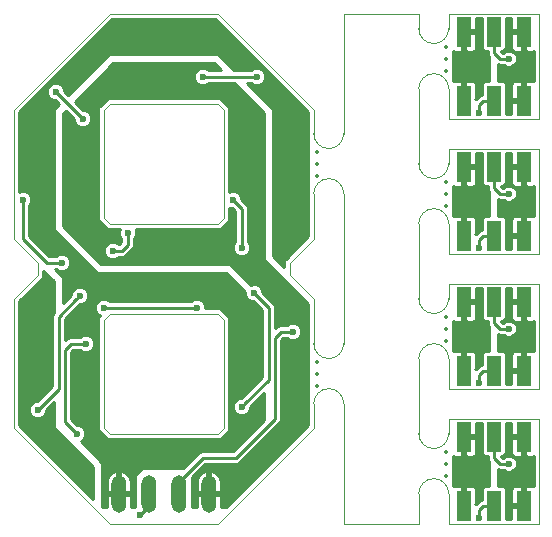
<source format=gbl>
G04 #@! TF.FileFunction,Copper,L2,Bot,Signal*
%FSLAX46Y46*%
G04 Gerber Fmt 4.6, Leading zero omitted, Abs format (unit mm)*
G04 Created by KiCad (PCBNEW (2015-08-16 BZR 6095)-product) date Tue Sep  1 07:22:12 2015*
%MOMM*%
G01*
G04 APERTURE LIST*
%ADD10C,0.350000*%
%ADD11C,0.100000*%
%ADD12R,1.270000X2.540000*%
%ADD13O,1.270000X3.175000*%
%ADD14C,0.600000*%
%ADD15C,0.406400*%
%ADD16C,0.254000*%
%ADD17C,0.250000*%
%ADD18C,0.350000*%
G04 APERTURE END LIST*
D10*
D11*
X154686000Y-129032000D02*
G75*
G03X153416000Y-130302000I0J-1270000D01*
G01*
X155956000Y-130302000D02*
G75*
G03X154686000Y-129032000I-1270000J0D01*
G01*
X153416000Y-125222000D02*
G75*
G03X154686000Y-126492000I1270000J0D01*
G01*
X154686000Y-126492000D02*
G75*
G03X155956000Y-125222000I0J1270000D01*
G01*
X154686000Y-117602000D02*
G75*
G03X153416000Y-118872000I0J-1270000D01*
G01*
X155956000Y-118872000D02*
G75*
G03X154686000Y-117602000I-1270000J0D01*
G01*
X153416000Y-113792000D02*
G75*
G03X154686000Y-115062000I1270000J0D01*
G01*
X154686000Y-115062000D02*
G75*
G03X155956000Y-113792000I0J1270000D01*
G01*
X154686000Y-106172000D02*
G75*
G03X153416000Y-107442000I0J-1270000D01*
G01*
X155956000Y-107442000D02*
G75*
G03X154686000Y-106172000I-1270000J0D01*
G01*
X153416000Y-102362000D02*
G75*
G03X154686000Y-103632000I1270000J0D01*
G01*
X154686000Y-103632000D02*
G75*
G03X155956000Y-102362000I0J1270000D01*
G01*
X154686000Y-94742000D02*
G75*
G03X153416000Y-96012000I0J-1270000D01*
G01*
X155956000Y-96012000D02*
G75*
G03X154686000Y-94742000I-1270000J0D01*
G01*
X153416000Y-90932000D02*
G75*
G03X154686000Y-92202000I1270000J0D01*
G01*
X154686000Y-92202000D02*
G75*
G03X155956000Y-90932000I0J1270000D01*
G01*
X153416000Y-89662000D02*
X147066000Y-89662000D01*
X153416000Y-90932000D02*
X153416000Y-89662000D01*
X153416000Y-102362000D02*
X153416000Y-96012000D01*
X153416000Y-113792000D02*
X153416000Y-107442000D01*
X153416000Y-132842000D02*
X147066000Y-132842000D01*
X153416000Y-130302000D02*
X153416000Y-132842000D01*
X153416000Y-125222000D02*
X153416000Y-118872000D01*
X155956000Y-130302000D02*
X155956000Y-132842000D01*
X155956000Y-123952000D02*
X155956000Y-125222000D01*
X155956000Y-118872000D02*
X155956000Y-121412000D01*
X155956000Y-112522000D02*
X155956000Y-113792000D01*
X155956000Y-107442000D02*
X155956000Y-109982000D01*
X155956000Y-101092000D02*
X155956000Y-102362000D01*
X155956000Y-96012000D02*
X155956000Y-98552000D01*
X155956000Y-89662000D02*
X155956000Y-90932000D01*
X147066000Y-122682000D02*
X147066000Y-132842000D01*
X144526000Y-122682000D02*
X144526000Y-124714000D01*
X144526000Y-97790000D02*
X144526000Y-99822000D01*
X144526000Y-99822000D02*
G75*
G03X145796000Y-101092000I1270000J0D01*
G01*
X145796000Y-101092000D02*
G75*
G03X147066000Y-99822000I0J1270000D01*
G01*
X145796000Y-103632000D02*
G75*
G03X144526000Y-104902000I0J-1270000D01*
G01*
X147066000Y-104902000D02*
G75*
G03X145796000Y-103632000I-1270000J0D01*
G01*
X145796000Y-121412000D02*
G75*
G03X144526000Y-122682000I0J-1270000D01*
G01*
X147066000Y-122682000D02*
G75*
G03X145796000Y-121412000I-1270000J0D01*
G01*
X144526000Y-117602000D02*
G75*
G03X145796000Y-118872000I1270000J0D01*
G01*
X145796000Y-118872000D02*
G75*
G03X147066000Y-117602000I0J1270000D01*
G01*
X147066000Y-89662000D02*
X147066000Y-99822000D01*
X144526000Y-104902000D02*
X144526000Y-108712000D01*
X144526000Y-113792000D02*
X144526000Y-117602000D01*
X147066000Y-117602000D02*
X147066000Y-104902000D01*
X155956000Y-112522000D02*
X163576000Y-112522000D01*
X163576000Y-121412000D02*
X155956000Y-121412000D01*
X163576000Y-121412000D02*
X163576000Y-112522000D01*
X163576000Y-132842000D02*
X163576000Y-123952000D01*
X163576000Y-132842000D02*
X155956000Y-132842000D01*
X155956000Y-123952000D02*
X163576000Y-123952000D01*
X155956000Y-101092000D02*
X163576000Y-101092000D01*
X163576000Y-109982000D02*
X155956000Y-109982000D01*
X163576000Y-109982000D02*
X163576000Y-101092000D01*
X127254000Y-89662000D02*
X136398000Y-89662000D01*
X136398000Y-132842000D02*
X127254000Y-132842000D01*
X119126000Y-97790000D02*
X119126000Y-108712000D01*
X126746000Y-106934000D02*
X126746000Y-97790000D01*
X136398000Y-107442000D02*
X127254000Y-107442000D01*
X136906000Y-97790000D02*
X136906000Y-106934000D01*
X127254000Y-97282000D02*
X136398000Y-97282000D01*
X126746000Y-124714000D02*
X126746000Y-115570000D01*
X127254000Y-125222000D02*
X126746000Y-124714000D01*
X136398000Y-125222000D02*
X127254000Y-125222000D01*
X136906000Y-124714000D02*
X136398000Y-125222000D01*
X136906000Y-115570000D02*
X136906000Y-124714000D01*
X127254000Y-115062000D02*
X136398000Y-115062000D01*
X126746000Y-115570000D02*
X127254000Y-115062000D01*
X119126000Y-124714000D02*
X119126000Y-113792000D01*
X136398000Y-115062000D02*
X136906000Y-115570000D01*
X136906000Y-106934000D02*
X136398000Y-107442000D01*
X136398000Y-97282000D02*
X136906000Y-97790000D01*
X126746000Y-97790000D02*
X127254000Y-97282000D01*
X127254000Y-107442000D02*
X126746000Y-106934000D01*
X144526000Y-124714000D02*
X136398000Y-132842000D01*
X142494000Y-111760000D02*
X144526000Y-113792000D01*
X142494000Y-110744000D02*
X142494000Y-111760000D01*
X144526000Y-108712000D02*
X142494000Y-110744000D01*
X136398000Y-89662000D02*
X144526000Y-97790000D01*
X119126000Y-97790000D02*
X127254000Y-89662000D01*
X121158000Y-110744000D02*
X119126000Y-108712000D01*
X121158000Y-111760000D02*
X121158000Y-110744000D01*
X119126000Y-113792000D02*
X121158000Y-111760000D01*
X127254000Y-132842000D02*
X119126000Y-124714000D01*
X163576000Y-98552000D02*
X163576000Y-89662000D01*
X163576000Y-98552000D02*
X155956000Y-98552000D01*
X155956000Y-89662000D02*
X163576000Y-89662000D01*
D12*
X157226000Y-119888000D03*
X159766000Y-119888000D03*
X162306000Y-119888000D03*
X157226000Y-114046000D03*
X159766000Y-114046000D03*
X162306000Y-114046000D03*
X157226000Y-125476000D03*
X159766000Y-125476000D03*
X162306000Y-125476000D03*
X157226000Y-131318000D03*
X159766000Y-131318000D03*
X162306000Y-131318000D03*
X157226000Y-108458000D03*
X159766000Y-108458000D03*
X162306000Y-108458000D03*
X157226000Y-102616000D03*
X159766000Y-102616000D03*
X162306000Y-102616000D03*
D13*
X128016000Y-130302000D03*
X130556000Y-130302000D03*
X133096000Y-130302000D03*
X135636000Y-130302000D03*
D12*
X157226000Y-91186000D03*
X159766000Y-91186000D03*
X162306000Y-91186000D03*
X157226000Y-97028000D03*
X159766000Y-97028000D03*
X162306000Y-97028000D03*
D14*
X157226000Y-118110000D03*
X157988000Y-118110000D03*
X157226000Y-117348000D03*
X157988000Y-117348000D03*
X158750000Y-118110000D03*
X158750000Y-117348000D03*
X158750000Y-128778000D03*
X158750000Y-129540000D03*
X157988000Y-128778000D03*
X157226000Y-128778000D03*
X157988000Y-129540000D03*
X157226000Y-129540000D03*
X157226000Y-106680000D03*
X157988000Y-106680000D03*
X157226000Y-105918000D03*
X157988000Y-105918000D03*
X158750000Y-106680000D03*
X158750000Y-105918000D03*
X158750000Y-94488000D03*
X158750000Y-95250000D03*
X157988000Y-94488000D03*
X157226000Y-94488000D03*
X157988000Y-95250000D03*
X157226000Y-95250000D03*
X136144000Y-108966000D03*
X136144000Y-108204000D03*
X132334000Y-108966000D03*
X131572000Y-108966000D03*
X131572000Y-108204000D03*
X132334000Y-108204000D03*
X134620000Y-108966000D03*
X135382000Y-108966000D03*
X135382000Y-108204000D03*
X134620000Y-108204000D03*
X125222000Y-106680000D03*
X143002000Y-124460000D03*
X120650000Y-115824000D03*
X138430000Y-98044000D03*
X127508000Y-95758000D03*
X119888000Y-115824000D03*
X121412000Y-119634000D03*
X121412000Y-120396000D03*
X143764000Y-124460000D03*
X142240000Y-120650000D03*
X142240000Y-119888000D03*
X139192000Y-102616000D03*
X139192000Y-101854000D03*
X137668000Y-98044000D03*
X131318000Y-94996000D03*
X132080000Y-94996000D03*
X127508000Y-96520000D03*
X125984000Y-106680000D03*
X124460000Y-102870000D03*
X124460000Y-102108000D03*
X143002000Y-122936000D03*
X143002000Y-123698000D03*
X143764000Y-123698000D03*
X143764000Y-122936000D03*
X143002000Y-120650000D03*
X143002000Y-119888000D03*
X143764000Y-119888000D03*
X143764000Y-120650000D03*
X129032000Y-95758000D03*
X128270000Y-95758000D03*
X128270000Y-96520000D03*
X129032000Y-96520000D03*
X131318000Y-95758000D03*
X132080000Y-95758000D03*
X132080000Y-96520000D03*
X131318000Y-96520000D03*
X125222000Y-102870000D03*
X125222000Y-102108000D03*
X125984000Y-102108000D03*
X125984000Y-102870000D03*
X125222000Y-105156000D03*
X125222000Y-105918000D03*
X125984000Y-105918000D03*
X125984000Y-105156000D03*
X138430000Y-99568000D03*
X138430000Y-98806000D03*
X137668000Y-98806000D03*
X137668000Y-99568000D03*
X138430000Y-101854000D03*
X138430000Y-102616000D03*
X137668000Y-102616000D03*
X137668000Y-101854000D03*
X120650000Y-119634000D03*
X120650000Y-120396000D03*
X119888000Y-120396000D03*
X119888000Y-119634000D03*
X120650000Y-117348000D03*
X120650000Y-116586000D03*
X119888000Y-116586000D03*
X119888000Y-117348000D03*
X131572000Y-109728000D03*
X132334000Y-109728000D03*
X125730000Y-130302000D03*
X125730000Y-129286000D03*
X125222000Y-128778000D03*
X124714000Y-128270000D03*
X124206000Y-127762000D03*
X123698000Y-127254000D03*
X125222000Y-129794000D03*
X124714000Y-129286000D03*
X124206000Y-128778000D03*
X123698000Y-128270000D03*
X137160000Y-131064000D03*
X137668000Y-130556000D03*
X138176000Y-130048000D03*
X138684000Y-129540000D03*
X139192000Y-129032000D03*
X139192000Y-128016000D03*
X138684000Y-128524000D03*
X138176000Y-129032000D03*
X137668000Y-129540000D03*
X137160000Y-130048000D03*
X162306000Y-118110000D03*
X162306000Y-117348000D03*
X161544000Y-117348000D03*
X160782000Y-117348000D03*
X160782000Y-118110000D03*
X161544000Y-118110000D03*
X161544000Y-129540000D03*
X160782000Y-129540000D03*
X160782000Y-128778000D03*
X161544000Y-128778000D03*
X162306000Y-128778000D03*
X162306000Y-129540000D03*
X162306000Y-106680000D03*
X162306000Y-105918000D03*
X161544000Y-105918000D03*
X160782000Y-105918000D03*
X160782000Y-106680000D03*
X161544000Y-106680000D03*
X161544000Y-95250000D03*
X160782000Y-95250000D03*
X160782000Y-94488000D03*
X161544000Y-94488000D03*
X162306000Y-94488000D03*
X162306000Y-95250000D03*
X124460000Y-123698000D03*
X124460000Y-122936000D03*
X124460000Y-120650000D03*
X124460000Y-119888000D03*
X139192000Y-120396000D03*
X139192000Y-119634000D03*
X139192000Y-117348000D03*
X139192000Y-116586000D03*
X142240000Y-105918000D03*
X142240000Y-105156000D03*
X142240000Y-102870000D03*
X142240000Y-102108000D03*
X135382000Y-91948000D03*
X134620000Y-91948000D03*
X132334000Y-91948000D03*
X131572000Y-91948000D03*
X121412000Y-98806000D03*
X121412000Y-99568000D03*
X121412000Y-102616000D03*
X121412000Y-101854000D03*
X125984000Y-119888000D03*
X125222000Y-119888000D03*
X125222000Y-120650000D03*
X125984000Y-120650000D03*
X125222000Y-122936000D03*
X125222000Y-123698000D03*
X125984000Y-123698000D03*
X125984000Y-122936000D03*
X120650000Y-101854000D03*
X120650000Y-102616000D03*
X119888000Y-102616000D03*
X119888000Y-101854000D03*
X120650000Y-99568000D03*
X120650000Y-98806000D03*
X119888000Y-98806000D03*
X119888000Y-99568000D03*
X138430000Y-119634000D03*
X138430000Y-120396000D03*
X137668000Y-120396000D03*
X137668000Y-119634000D03*
X138430000Y-117348000D03*
X138430000Y-116586000D03*
X137668000Y-116586000D03*
X137668000Y-117348000D03*
X143002000Y-102870000D03*
X143002000Y-102108000D03*
X143764000Y-102108000D03*
X143764000Y-102870000D03*
X143002000Y-105156000D03*
X143002000Y-105918000D03*
X143764000Y-105918000D03*
X143764000Y-105156000D03*
X132334000Y-91186000D03*
X131572000Y-91186000D03*
X131572000Y-90424000D03*
X132334000Y-90424000D03*
X134620000Y-91186000D03*
X135382000Y-91186000D03*
X135382000Y-90424000D03*
X134620000Y-90424000D03*
X132080000Y-113030000D03*
X131318000Y-113030000D03*
X131318000Y-112268000D03*
X132080000Y-112268000D03*
X128524000Y-112268000D03*
X129286000Y-112268000D03*
X129286000Y-113030000D03*
X128524000Y-113029992D03*
X128524000Y-113792000D03*
X129286000Y-113792000D03*
X131318000Y-113792000D03*
X132080000Y-113792000D03*
X128016000Y-127508000D03*
X128016000Y-126746000D03*
X127254000Y-126746000D03*
X127254000Y-127508000D03*
X127254000Y-125984000D03*
X128016000Y-125984000D03*
X131318000Y-127508000D03*
X132080000Y-127508000D03*
X132080000Y-126746000D03*
X132080000Y-125984000D03*
X131318000Y-125984000D03*
X131318000Y-126746000D03*
X124460000Y-125222000D03*
X125222000Y-117602000D03*
X121158000Y-123190000D03*
X126746000Y-114554000D03*
X124713986Y-113538000D03*
X134620072Y-114554000D03*
X119888000Y-105410000D03*
X128778000Y-108204000D03*
X127508000Y-109728000D03*
X123189986Y-110744000D03*
X122682000Y-96266000D03*
X124968000Y-98552000D03*
X139700000Y-94996000D03*
X135128000Y-94996000D03*
X139446000Y-113283984D03*
X137668000Y-105410000D03*
X138430004Y-122936000D03*
X138430000Y-109474000D03*
X129794000Y-132080000D03*
X142748000Y-116586000D03*
X161036000Y-116332000D03*
X161036000Y-127762000D03*
X161036000Y-104902000D03*
X161036000Y-93472000D03*
X158496000Y-120904000D03*
X158496000Y-132334000D03*
X158496000Y-109474000D03*
X158496000Y-98044000D03*
D15*
X157988000Y-118110000D02*
X158750000Y-118110000D01*
X157226000Y-117348000D02*
X157226000Y-114046000D01*
X157226000Y-118110000D02*
X157226000Y-119888000D01*
X157226000Y-129540000D02*
X157226000Y-131318000D01*
X157226000Y-128778000D02*
X157226000Y-125476000D01*
X157988000Y-129540000D02*
X158750000Y-129540000D01*
X157988000Y-106680000D02*
X158750000Y-106680000D01*
X157226000Y-105918000D02*
X157226000Y-102616000D01*
X157226000Y-106680000D02*
X157226000Y-108458000D01*
X157226000Y-95250000D02*
X157226000Y-97028000D01*
X157226000Y-94488000D02*
X157226000Y-91186000D01*
X157988000Y-95250000D02*
X158750000Y-95250000D01*
X135382000Y-108204000D02*
X136144000Y-108204000D01*
X131572000Y-108966000D02*
X132334000Y-108966000D01*
X132334000Y-108204000D02*
X131572000Y-108204000D01*
X135382000Y-108966000D02*
X134620000Y-108966000D01*
X134620000Y-108204000D02*
X135382000Y-108204000D01*
X125222000Y-105918000D02*
X125222000Y-106680000D01*
X143002000Y-123698000D02*
X143002000Y-124460000D01*
X128270000Y-95758000D02*
X127508000Y-95758000D01*
X120650000Y-119634000D02*
X121412000Y-119634000D01*
X143002000Y-119888000D02*
X142240000Y-119888000D01*
X138430000Y-102616000D02*
X139192000Y-102616000D01*
X131318000Y-95758000D02*
X131318000Y-94996000D01*
X128270000Y-96520000D02*
X127508000Y-96520000D01*
X125984000Y-105918000D02*
X125984000Y-106680000D01*
X124460000Y-102108000D02*
X124460000Y-102870000D01*
X143002000Y-123698000D02*
X143002000Y-122936000D01*
X143764000Y-122936000D02*
X143764000Y-123698000D01*
X143002000Y-119888000D02*
X143002000Y-120650000D01*
X143764000Y-120650000D02*
X143764000Y-119888000D01*
X128270000Y-95758000D02*
X129032000Y-95758000D01*
X129032000Y-96520000D02*
X128270000Y-96520000D01*
X132080000Y-95758000D02*
X131318000Y-95758000D01*
X131318000Y-96520000D02*
X132080000Y-96520000D01*
X125222000Y-102108000D02*
X125222000Y-102870000D01*
X125984000Y-102870000D02*
X125984000Y-102108000D01*
X125222000Y-105918000D02*
X125222000Y-105156000D01*
X125984000Y-105156000D02*
X125984000Y-105918000D01*
X138430000Y-98806000D02*
X138430000Y-99568000D01*
X137668000Y-99568000D02*
X137668000Y-98806000D01*
X138430000Y-102616000D02*
X138430000Y-101854000D01*
X137668000Y-101854000D02*
X137668000Y-102616000D01*
X120650000Y-120396000D02*
X120650000Y-119634000D01*
X119888000Y-119634000D02*
X119888000Y-120396000D01*
X120650000Y-116586000D02*
X120650000Y-117348000D01*
X119888000Y-117348000D02*
X119888000Y-116586000D01*
X131572000Y-108966000D02*
X131572000Y-109728000D01*
X132334000Y-108966000D02*
X132334000Y-109728000D01*
X125730000Y-130302000D02*
X125730000Y-129286000D01*
X125222000Y-128778000D02*
X124714000Y-128270000D01*
X124206000Y-127762000D02*
X123698000Y-127254000D01*
X125222000Y-129794000D02*
X124714000Y-129286000D01*
X124206000Y-128778000D02*
X123698000Y-128270000D01*
X137160000Y-131064000D02*
X137668000Y-130556000D01*
X138176000Y-130048000D02*
X138684000Y-129540000D01*
X139192000Y-129032000D02*
X139192000Y-128016000D01*
X138684000Y-128524000D02*
X138176000Y-129032000D01*
X137668000Y-129540000D02*
X137160000Y-130048000D01*
X162306000Y-117348000D02*
X161544000Y-117348000D01*
X160782000Y-117348000D02*
X160782000Y-118110000D01*
X162306000Y-114046000D02*
X162306000Y-117348000D01*
X162306000Y-118110000D02*
X162306000Y-119888000D01*
X162306000Y-129540000D02*
X162306000Y-131318000D01*
X162306000Y-125476000D02*
X162306000Y-128778000D01*
X160782000Y-128778000D02*
X160782000Y-129540000D01*
X162306000Y-128778000D02*
X161544000Y-128778000D01*
X162306000Y-105918000D02*
X161544000Y-105918000D01*
X160782000Y-105918000D02*
X160782000Y-106680000D01*
X162306000Y-102616000D02*
X162306000Y-105918000D01*
X162306000Y-106680000D02*
X162306000Y-108458000D01*
X162306000Y-95250000D02*
X162306000Y-97028000D01*
X162306000Y-91186000D02*
X162306000Y-94488000D01*
X160782000Y-94488000D02*
X160782000Y-95250000D01*
X162306000Y-94488000D02*
X161544000Y-94488000D01*
X125222000Y-123698000D02*
X124460000Y-123698000D01*
X125222000Y-120650000D02*
X124460000Y-120650000D01*
X138430000Y-119634000D02*
X139192000Y-119634000D01*
X138430000Y-116586000D02*
X139192000Y-116586000D01*
X143002000Y-105918000D02*
X142240000Y-105918000D01*
X143002000Y-102870000D02*
X142240000Y-102870000D01*
X135382000Y-91186000D02*
X135382000Y-91948000D01*
X132334000Y-91186000D02*
X132334000Y-91948000D01*
X121412000Y-99568000D02*
X121412000Y-98806000D01*
X121412000Y-101854000D02*
X121412000Y-102616000D01*
X125222000Y-119888000D02*
X125984000Y-119888000D01*
X125984000Y-120650000D02*
X125222000Y-120650000D01*
X125222000Y-123698000D02*
X125222000Y-122936000D01*
X125984000Y-122936000D02*
X125984000Y-123698000D01*
X120650000Y-102616000D02*
X120650000Y-101854000D01*
X119888000Y-101854000D02*
X119888000Y-102616000D01*
X120650000Y-98806000D02*
X120650000Y-99568000D01*
X119888000Y-99568000D02*
X119888000Y-98806000D01*
X138430000Y-120396000D02*
X138430000Y-119634000D01*
X137668000Y-119634000D02*
X137668000Y-120396000D01*
X138430000Y-116586000D02*
X138430000Y-117348000D01*
X137668000Y-117348000D02*
X137668000Y-116586000D01*
X143002000Y-102108000D02*
X143002000Y-102870000D01*
X143764000Y-102870000D02*
X143764000Y-102108000D01*
X143002000Y-105918000D02*
X143002000Y-105156000D01*
X143764000Y-105156000D02*
X143764000Y-105918000D01*
X131572000Y-91186000D02*
X132334000Y-91186000D01*
X132334000Y-90424000D02*
X131572000Y-90424000D01*
X135382000Y-91186000D02*
X134620000Y-91186000D01*
X134620000Y-90424000D02*
X135382000Y-90424000D01*
X132080000Y-113030000D02*
X131318000Y-113030000D01*
X131318000Y-112268000D02*
X132080000Y-112268000D01*
X129286000Y-112268000D02*
X129286000Y-113030000D01*
X128524000Y-112268000D02*
X128524000Y-113029992D01*
X128524000Y-113792000D02*
X129286000Y-113792000D01*
X131318000Y-113792000D02*
X132080000Y-113792000D01*
X128016000Y-127508000D02*
X128016000Y-126746000D01*
X127254000Y-126746000D02*
X127254000Y-127508000D01*
X127254000Y-125984000D02*
X128016000Y-125984000D01*
X131318000Y-127508000D02*
X132080000Y-127508000D01*
X132080000Y-126746000D02*
X132080000Y-125984000D01*
X131318000Y-125984000D02*
X131318000Y-126746000D01*
D16*
X123444000Y-124206000D02*
X123444000Y-118364000D01*
X124460000Y-125222000D02*
X123444000Y-124206000D01*
X123444000Y-118364000D02*
X123444000Y-118110000D01*
X123952000Y-117602000D02*
X125222000Y-117602000D01*
X123444000Y-118110000D02*
X123952000Y-117602000D01*
X121158000Y-123190000D02*
X122936000Y-121412000D01*
X122936000Y-121412000D02*
X122936000Y-115315986D01*
X124413987Y-113837999D02*
X124713986Y-113538000D01*
X122936000Y-115315986D02*
X124413987Y-113837999D01*
X126746000Y-114554000D02*
X134620072Y-114554000D01*
X128778000Y-108204000D02*
X128778000Y-109220000D01*
X128778000Y-109220000D02*
X128270000Y-109728000D01*
X128270000Y-109728000D02*
X127508000Y-109728000D01*
X121920000Y-110744000D02*
X123189986Y-110744000D01*
X119888000Y-108712000D02*
X121920000Y-110744000D01*
X119888000Y-105410000D02*
X119888000Y-108712000D01*
X122682000Y-96266000D02*
X124968000Y-98552000D01*
X139700000Y-94996000D02*
X135128000Y-94996000D01*
X138430000Y-106172000D02*
X137668000Y-105410000D01*
X139446000Y-113283984D02*
X140716000Y-114553984D01*
X140716000Y-114553984D02*
X140716000Y-120650004D01*
X140716000Y-120650004D02*
X138730003Y-122636001D01*
X138730003Y-122636001D02*
X138430004Y-122936000D01*
X138430000Y-109474000D02*
X138430000Y-106172000D01*
X130556000Y-131318000D02*
X129794000Y-132080000D01*
X130556000Y-130302000D02*
X130556000Y-131318000D01*
X133096000Y-130302000D02*
X133096000Y-129286000D01*
X133096000Y-129286000D02*
X135128000Y-127254000D01*
X135128000Y-127254000D02*
X137922000Y-127254000D01*
X137922000Y-127254000D02*
X141224000Y-123952000D01*
X141224000Y-117094000D02*
X141732000Y-116586000D01*
X141224000Y-123952000D02*
X141224000Y-117094000D01*
X141732000Y-116586000D02*
X142748000Y-116586000D01*
D17*
X160274000Y-116332000D02*
X161036000Y-116332000D01*
X159766000Y-115824000D02*
X160274000Y-116332000D01*
X159766000Y-114046000D02*
X159766000Y-115824000D01*
X159766000Y-125476000D02*
X159766000Y-127254000D01*
X159766000Y-127254000D02*
X160274000Y-127762000D01*
X160274000Y-127762000D02*
X161036000Y-127762000D01*
X160274000Y-104902000D02*
X161036000Y-104902000D01*
X159766000Y-104394000D02*
X160274000Y-104902000D01*
X159766000Y-102616000D02*
X159766000Y-104394000D01*
X159766000Y-91186000D02*
X159766000Y-92964000D01*
X159766000Y-92964000D02*
X160274000Y-93472000D01*
X160274000Y-93472000D02*
X161036000Y-93472000D01*
X158881000Y-119888000D02*
X158496000Y-120273000D01*
X159766000Y-119888000D02*
X158881000Y-119888000D01*
X158496000Y-120273000D02*
X158496000Y-120904000D01*
X158496000Y-131703000D02*
X158496000Y-132334000D01*
X159766000Y-131318000D02*
X158881000Y-131318000D01*
X158881000Y-131318000D02*
X158496000Y-131703000D01*
X158881000Y-108458000D02*
X158496000Y-108843000D01*
X159766000Y-108458000D02*
X158881000Y-108458000D01*
X158496000Y-108843000D02*
X158496000Y-109474000D01*
X158496000Y-97413000D02*
X158496000Y-98044000D01*
X159766000Y-97028000D02*
X158881000Y-97028000D01*
X158881000Y-97028000D02*
X158496000Y-97413000D01*
D16*
G36*
X125857000Y-130763632D02*
X119607800Y-124514432D01*
X119607800Y-113991568D01*
X121498684Y-112100684D01*
X121603125Y-111944377D01*
X121639800Y-111760000D01*
X121639800Y-111411120D01*
X122555000Y-112326320D01*
X122555000Y-114906724D01*
X122540869Y-114920855D01*
X122419736Y-115102142D01*
X122377200Y-115315986D01*
X122377200Y-121180538D01*
X121099589Y-122458148D01*
X121013075Y-122458073D01*
X120744010Y-122569248D01*
X120537972Y-122774927D01*
X120426327Y-123043797D01*
X120426073Y-123334925D01*
X120537248Y-123603990D01*
X120742927Y-123810028D01*
X121011797Y-123921673D01*
X121302925Y-123921927D01*
X121571990Y-123810752D01*
X121778028Y-123605073D01*
X121889673Y-123336203D01*
X121889749Y-123248512D01*
X122555000Y-122583262D01*
X122555000Y-124766605D01*
X125857000Y-128068605D01*
X125857000Y-128778000D01*
X125857000Y-130763632D01*
X125857000Y-130763632D01*
G37*
X125857000Y-130763632D02*
X119607800Y-124514432D01*
X119607800Y-113991568D01*
X121498684Y-112100684D01*
X121603125Y-111944377D01*
X121639800Y-111760000D01*
X121639800Y-111411120D01*
X122555000Y-112326320D01*
X122555000Y-114906724D01*
X122540869Y-114920855D01*
X122419736Y-115102142D01*
X122377200Y-115315986D01*
X122377200Y-121180538D01*
X121099589Y-122458148D01*
X121013075Y-122458073D01*
X120744010Y-122569248D01*
X120537972Y-122774927D01*
X120426327Y-123043797D01*
X120426073Y-123334925D01*
X120537248Y-123603990D01*
X120742927Y-123810028D01*
X121011797Y-123921673D01*
X121302925Y-123921927D01*
X121571990Y-123810752D01*
X121778028Y-123605073D01*
X121889673Y-123336203D01*
X121889749Y-123248512D01*
X122555000Y-122583262D01*
X122555000Y-124766605D01*
X125857000Y-128068605D01*
X125857000Y-128778000D01*
X125857000Y-130763632D01*
G36*
X144044200Y-124514432D02*
X137113632Y-131445000D01*
X136630907Y-131445000D01*
X136652000Y-131381500D01*
X136652000Y-130429000D01*
X136652000Y-130175000D01*
X136652000Y-129222500D01*
X136526061Y-128843361D01*
X136264618Y-128541277D01*
X135919127Y-128373747D01*
X135763000Y-128437551D01*
X135763000Y-130175000D01*
X136652000Y-130175000D01*
X136652000Y-130429000D01*
X135763000Y-130429000D01*
X135763000Y-130449000D01*
X135509000Y-130449000D01*
X135509000Y-130429000D01*
X135509000Y-130175000D01*
X135509000Y-128437551D01*
X135352873Y-128373747D01*
X135007382Y-128541277D01*
X134745939Y-128843361D01*
X134620000Y-129222500D01*
X134620000Y-130175000D01*
X135509000Y-130175000D01*
X135509000Y-130429000D01*
X134620000Y-130429000D01*
X134620000Y-131381500D01*
X134641092Y-131445000D01*
X134239000Y-131445000D01*
X134239000Y-128933262D01*
X135359462Y-127812800D01*
X137922000Y-127812800D01*
X138135843Y-127770264D01*
X138135844Y-127770264D01*
X138317131Y-127649131D01*
X141619131Y-124347131D01*
X141740264Y-124165844D01*
X141740264Y-124165843D01*
X141782799Y-123952000D01*
X141782800Y-123952000D01*
X141782800Y-117325462D01*
X141963462Y-117144800D01*
X142271805Y-117144800D01*
X142332927Y-117206028D01*
X142601797Y-117317673D01*
X142892925Y-117317927D01*
X143161990Y-117206752D01*
X143368028Y-117001073D01*
X143479673Y-116732203D01*
X143479927Y-116441075D01*
X143368752Y-116172010D01*
X143163073Y-115965972D01*
X142894203Y-115854327D01*
X142603075Y-115854073D01*
X142334010Y-115965248D01*
X142271949Y-116027200D01*
X141732000Y-116027200D01*
X141518156Y-116069736D01*
X141336868Y-116190869D01*
X141274800Y-116252937D01*
X141274800Y-114553984D01*
X141232264Y-114340141D01*
X141232264Y-114340140D01*
X141111131Y-114158853D01*
X140177851Y-113225573D01*
X140177927Y-113139059D01*
X140066752Y-112869994D01*
X139861073Y-112663956D01*
X139592203Y-112552311D01*
X139301075Y-112552057D01*
X139188473Y-112598583D01*
X139161927Y-112572037D01*
X139161927Y-109329075D01*
X139050752Y-109060010D01*
X138988800Y-108997949D01*
X138988800Y-106172000D01*
X138946265Y-105958157D01*
X138946264Y-105958156D01*
X138825131Y-105776869D01*
X138399851Y-105351589D01*
X138399927Y-105265075D01*
X138288752Y-104996010D01*
X138083073Y-104789972D01*
X137814203Y-104678327D01*
X137523075Y-104678073D01*
X137387800Y-104733967D01*
X137387800Y-97790000D01*
X137351125Y-97605623D01*
X137246684Y-97449316D01*
X136738684Y-96941316D01*
X136582377Y-96836875D01*
X136398000Y-96800200D01*
X127254000Y-96800200D01*
X127069623Y-96836875D01*
X126913316Y-96941316D01*
X126405316Y-97449316D01*
X126300875Y-97605623D01*
X126264200Y-97790000D01*
X126264200Y-106934000D01*
X126300875Y-107118377D01*
X126405316Y-107274684D01*
X126913316Y-107782684D01*
X127069623Y-107887125D01*
X127254000Y-107923800D01*
X128101967Y-107923800D01*
X128046327Y-108057797D01*
X128046073Y-108348925D01*
X128157248Y-108617990D01*
X128219200Y-108680050D01*
X128219200Y-108988537D01*
X128038537Y-109169200D01*
X127984194Y-109169200D01*
X127923073Y-109107972D01*
X127654203Y-108996327D01*
X127363075Y-108996073D01*
X127094010Y-109107248D01*
X126887972Y-109312927D01*
X126776327Y-109581797D01*
X126776073Y-109872925D01*
X126887248Y-110141990D01*
X127092927Y-110348028D01*
X127361797Y-110459673D01*
X127652925Y-110459927D01*
X127921990Y-110348752D01*
X127984050Y-110286800D01*
X128270000Y-110286800D01*
X128483843Y-110244264D01*
X128483844Y-110244264D01*
X128665131Y-110123131D01*
X129173131Y-109615132D01*
X129173131Y-109615131D01*
X129294264Y-109433844D01*
X129336799Y-109220000D01*
X129336800Y-109220000D01*
X129336800Y-108680194D01*
X129398028Y-108619073D01*
X129509673Y-108350203D01*
X129509927Y-108059075D01*
X129454032Y-107923800D01*
X136398000Y-107923800D01*
X136582377Y-107887125D01*
X136738684Y-107782684D01*
X137246684Y-107274684D01*
X137351125Y-107118377D01*
X137387800Y-106934000D01*
X137387800Y-106086032D01*
X137521797Y-106141673D01*
X137609487Y-106141749D01*
X137871200Y-106403462D01*
X137871200Y-108997805D01*
X137809972Y-109058927D01*
X137698327Y-109327797D01*
X137698073Y-109618925D01*
X137809248Y-109887990D01*
X138014927Y-110094028D01*
X138283797Y-110205673D01*
X138574925Y-110205927D01*
X138843990Y-110094752D01*
X139050028Y-109889073D01*
X139161673Y-109620203D01*
X139161927Y-109329075D01*
X139161927Y-112572037D01*
X137466605Y-110876715D01*
X126544605Y-110876715D01*
X123317000Y-107649110D01*
X123317000Y-98102320D01*
X123522529Y-97896791D01*
X124236148Y-98610410D01*
X124236073Y-98696925D01*
X124347248Y-98965990D01*
X124552927Y-99172028D01*
X124821797Y-99283673D01*
X125112925Y-99283927D01*
X125381990Y-99172752D01*
X125588028Y-98967073D01*
X125699673Y-98698203D01*
X125699927Y-98407075D01*
X125588752Y-98138010D01*
X125383073Y-97931972D01*
X125114203Y-97820327D01*
X125026512Y-97820250D01*
X124312791Y-97106529D01*
X127560605Y-93858715D01*
X136091395Y-93858715D01*
X136669880Y-94437200D01*
X135604194Y-94437200D01*
X135543073Y-94375972D01*
X135274203Y-94264327D01*
X134983075Y-94264073D01*
X134714010Y-94375248D01*
X134507972Y-94580927D01*
X134396327Y-94849797D01*
X134396073Y-95140925D01*
X134507248Y-95409990D01*
X134712927Y-95616028D01*
X134981797Y-95727673D01*
X135272925Y-95727927D01*
X135541990Y-95616752D01*
X135604050Y-95554800D01*
X137787480Y-95554800D01*
X140335000Y-98102320D01*
X140335000Y-110548320D01*
X144044200Y-114257520D01*
X144044200Y-124514432D01*
X144044200Y-124514432D01*
G37*
X144044200Y-124514432D02*
X137113632Y-131445000D01*
X136630907Y-131445000D01*
X136652000Y-131381500D01*
X136652000Y-130429000D01*
X136652000Y-130175000D01*
X136652000Y-129222500D01*
X136526061Y-128843361D01*
X136264618Y-128541277D01*
X135919127Y-128373747D01*
X135763000Y-128437551D01*
X135763000Y-130175000D01*
X136652000Y-130175000D01*
X136652000Y-130429000D01*
X135763000Y-130429000D01*
X135763000Y-130449000D01*
X135509000Y-130449000D01*
X135509000Y-130429000D01*
X135509000Y-130175000D01*
X135509000Y-128437551D01*
X135352873Y-128373747D01*
X135007382Y-128541277D01*
X134745939Y-128843361D01*
X134620000Y-129222500D01*
X134620000Y-130175000D01*
X135509000Y-130175000D01*
X135509000Y-130429000D01*
X134620000Y-130429000D01*
X134620000Y-131381500D01*
X134641092Y-131445000D01*
X134239000Y-131445000D01*
X134239000Y-128933262D01*
X135359462Y-127812800D01*
X137922000Y-127812800D01*
X138135843Y-127770264D01*
X138135844Y-127770264D01*
X138317131Y-127649131D01*
X141619131Y-124347131D01*
X141740264Y-124165844D01*
X141740264Y-124165843D01*
X141782799Y-123952000D01*
X141782800Y-123952000D01*
X141782800Y-117325462D01*
X141963462Y-117144800D01*
X142271805Y-117144800D01*
X142332927Y-117206028D01*
X142601797Y-117317673D01*
X142892925Y-117317927D01*
X143161990Y-117206752D01*
X143368028Y-117001073D01*
X143479673Y-116732203D01*
X143479927Y-116441075D01*
X143368752Y-116172010D01*
X143163073Y-115965972D01*
X142894203Y-115854327D01*
X142603075Y-115854073D01*
X142334010Y-115965248D01*
X142271949Y-116027200D01*
X141732000Y-116027200D01*
X141518156Y-116069736D01*
X141336868Y-116190869D01*
X141274800Y-116252937D01*
X141274800Y-114553984D01*
X141232264Y-114340141D01*
X141232264Y-114340140D01*
X141111131Y-114158853D01*
X140177851Y-113225573D01*
X140177927Y-113139059D01*
X140066752Y-112869994D01*
X139861073Y-112663956D01*
X139592203Y-112552311D01*
X139301075Y-112552057D01*
X139188473Y-112598583D01*
X139161927Y-112572037D01*
X139161927Y-109329075D01*
X139050752Y-109060010D01*
X138988800Y-108997949D01*
X138988800Y-106172000D01*
X138946265Y-105958157D01*
X138946264Y-105958156D01*
X138825131Y-105776869D01*
X138399851Y-105351589D01*
X138399927Y-105265075D01*
X138288752Y-104996010D01*
X138083073Y-104789972D01*
X137814203Y-104678327D01*
X137523075Y-104678073D01*
X137387800Y-104733967D01*
X137387800Y-97790000D01*
X137351125Y-97605623D01*
X137246684Y-97449316D01*
X136738684Y-96941316D01*
X136582377Y-96836875D01*
X136398000Y-96800200D01*
X127254000Y-96800200D01*
X127069623Y-96836875D01*
X126913316Y-96941316D01*
X126405316Y-97449316D01*
X126300875Y-97605623D01*
X126264200Y-97790000D01*
X126264200Y-106934000D01*
X126300875Y-107118377D01*
X126405316Y-107274684D01*
X126913316Y-107782684D01*
X127069623Y-107887125D01*
X127254000Y-107923800D01*
X128101967Y-107923800D01*
X128046327Y-108057797D01*
X128046073Y-108348925D01*
X128157248Y-108617990D01*
X128219200Y-108680050D01*
X128219200Y-108988537D01*
X128038537Y-109169200D01*
X127984194Y-109169200D01*
X127923073Y-109107972D01*
X127654203Y-108996327D01*
X127363075Y-108996073D01*
X127094010Y-109107248D01*
X126887972Y-109312927D01*
X126776327Y-109581797D01*
X126776073Y-109872925D01*
X126887248Y-110141990D01*
X127092927Y-110348028D01*
X127361797Y-110459673D01*
X127652925Y-110459927D01*
X127921990Y-110348752D01*
X127984050Y-110286800D01*
X128270000Y-110286800D01*
X128483843Y-110244264D01*
X128483844Y-110244264D01*
X128665131Y-110123131D01*
X129173131Y-109615132D01*
X129173131Y-109615131D01*
X129294264Y-109433844D01*
X129336799Y-109220000D01*
X129336800Y-109220000D01*
X129336800Y-108680194D01*
X129398028Y-108619073D01*
X129509673Y-108350203D01*
X129509927Y-108059075D01*
X129454032Y-107923800D01*
X136398000Y-107923800D01*
X136582377Y-107887125D01*
X136738684Y-107782684D01*
X137246684Y-107274684D01*
X137351125Y-107118377D01*
X137387800Y-106934000D01*
X137387800Y-106086032D01*
X137521797Y-106141673D01*
X137609487Y-106141749D01*
X137871200Y-106403462D01*
X137871200Y-108997805D01*
X137809972Y-109058927D01*
X137698327Y-109327797D01*
X137698073Y-109618925D01*
X137809248Y-109887990D01*
X138014927Y-110094028D01*
X138283797Y-110205673D01*
X138574925Y-110205927D01*
X138843990Y-110094752D01*
X139050028Y-109889073D01*
X139161673Y-109620203D01*
X139161927Y-109329075D01*
X139161927Y-112572037D01*
X137466605Y-110876715D01*
X126544605Y-110876715D01*
X123317000Y-107649110D01*
X123317000Y-98102320D01*
X123522529Y-97896791D01*
X124236148Y-98610410D01*
X124236073Y-98696925D01*
X124347248Y-98965990D01*
X124552927Y-99172028D01*
X124821797Y-99283673D01*
X125112925Y-99283927D01*
X125381990Y-99172752D01*
X125588028Y-98967073D01*
X125699673Y-98698203D01*
X125699927Y-98407075D01*
X125588752Y-98138010D01*
X125383073Y-97931972D01*
X125114203Y-97820327D01*
X125026512Y-97820250D01*
X124312791Y-97106529D01*
X127560605Y-93858715D01*
X136091395Y-93858715D01*
X136669880Y-94437200D01*
X135604194Y-94437200D01*
X135543073Y-94375972D01*
X135274203Y-94264327D01*
X134983075Y-94264073D01*
X134714010Y-94375248D01*
X134507972Y-94580927D01*
X134396327Y-94849797D01*
X134396073Y-95140925D01*
X134507248Y-95409990D01*
X134712927Y-95616028D01*
X134981797Y-95727673D01*
X135272925Y-95727927D01*
X135541990Y-95616752D01*
X135604050Y-95554800D01*
X137787480Y-95554800D01*
X140335000Y-98102320D01*
X140335000Y-110548320D01*
X144044200Y-114257520D01*
X144044200Y-124514432D01*
G36*
X144044200Y-108512432D02*
X142153316Y-110403316D01*
X142048875Y-110559623D01*
X142012200Y-110744000D01*
X142012200Y-111098595D01*
X141097000Y-110183395D01*
X141097000Y-97737395D01*
X138914405Y-95554800D01*
X139223805Y-95554800D01*
X139284927Y-95616028D01*
X139553797Y-95727673D01*
X139844925Y-95727927D01*
X140113990Y-95616752D01*
X140320028Y-95411073D01*
X140431673Y-95142203D01*
X140431927Y-94851075D01*
X140320752Y-94582010D01*
X140115073Y-94375972D01*
X139846203Y-94264327D01*
X139555075Y-94264073D01*
X139286010Y-94375248D01*
X139223949Y-94437200D01*
X137796805Y-94437200D01*
X136450605Y-93091000D01*
X127201395Y-93091000D01*
X123749328Y-96543066D01*
X123413851Y-96207589D01*
X123413927Y-96121075D01*
X123302752Y-95852010D01*
X123097073Y-95645972D01*
X122828203Y-95534327D01*
X122537075Y-95534073D01*
X122268010Y-95645248D01*
X122061972Y-95850927D01*
X121950327Y-96119797D01*
X121950073Y-96410925D01*
X122061248Y-96679990D01*
X122266927Y-96886028D01*
X122535797Y-96997673D01*
X122623487Y-96997749D01*
X122959066Y-97333328D01*
X122555000Y-97737395D01*
X122555000Y-108002605D01*
X126185395Y-111633000D01*
X137107395Y-111633000D01*
X138714237Y-113239842D01*
X138714073Y-113428909D01*
X138825248Y-113697974D01*
X139030927Y-113904012D01*
X139299797Y-114015657D01*
X139387487Y-114015733D01*
X140157200Y-114785446D01*
X140157200Y-120418542D01*
X138371593Y-122204148D01*
X138285079Y-122204073D01*
X138016014Y-122315248D01*
X137809976Y-122520927D01*
X137698331Y-122789797D01*
X137698077Y-123080925D01*
X137809252Y-123349990D01*
X138014931Y-123556028D01*
X138283801Y-123667673D01*
X138574929Y-123667927D01*
X138843994Y-123556752D01*
X139050032Y-123351073D01*
X139161677Y-123082203D01*
X139161753Y-122994512D01*
X140335000Y-121821266D01*
X140335000Y-124050738D01*
X137690538Y-126695200D01*
X137387800Y-126695200D01*
X137387800Y-124714000D01*
X137387800Y-115570000D01*
X137351125Y-115385623D01*
X137246684Y-115229316D01*
X136738684Y-114721316D01*
X136582377Y-114616875D01*
X136398000Y-114580200D01*
X135351849Y-114580200D01*
X135351999Y-114409075D01*
X135240824Y-114140010D01*
X135035145Y-113933972D01*
X134766275Y-113822327D01*
X134475147Y-113822073D01*
X134206082Y-113933248D01*
X134144021Y-113995200D01*
X127222194Y-113995200D01*
X127161073Y-113933972D01*
X126892203Y-113822327D01*
X126601075Y-113822073D01*
X126332010Y-113933248D01*
X126125972Y-114138927D01*
X126014327Y-114407797D01*
X126014073Y-114698925D01*
X126125248Y-114967990D01*
X126330927Y-115174028D01*
X126422556Y-115212075D01*
X126405316Y-115229316D01*
X126300875Y-115385623D01*
X126264200Y-115570000D01*
X126264200Y-124714000D01*
X126300875Y-124898377D01*
X126405316Y-125054684D01*
X126913316Y-125562684D01*
X127069623Y-125667125D01*
X127254000Y-125703800D01*
X136398000Y-125703800D01*
X136582377Y-125667125D01*
X136738684Y-125562684D01*
X137246684Y-125054684D01*
X137351125Y-124898377D01*
X137387800Y-124714000D01*
X137387800Y-126695200D01*
X135128000Y-126695200D01*
X134914156Y-126737736D01*
X134732869Y-126858869D01*
X133448738Y-128143000D01*
X129995395Y-128143000D01*
X129413000Y-128725395D01*
X129413000Y-131445000D01*
X129010907Y-131445000D01*
X129032000Y-131381500D01*
X129032000Y-130429000D01*
X129032000Y-130175000D01*
X129032000Y-129222500D01*
X128906061Y-128843361D01*
X128644618Y-128541277D01*
X128299127Y-128373747D01*
X128143000Y-128437551D01*
X128143000Y-130175000D01*
X129032000Y-130175000D01*
X129032000Y-130429000D01*
X128143000Y-130429000D01*
X128143000Y-130449000D01*
X127889000Y-130449000D01*
X127889000Y-130429000D01*
X127889000Y-130175000D01*
X127889000Y-128437551D01*
X127732873Y-128373747D01*
X127387382Y-128541277D01*
X127125939Y-128843361D01*
X127000000Y-129222500D01*
X127000000Y-130175000D01*
X127889000Y-130175000D01*
X127889000Y-130429000D01*
X127000000Y-130429000D01*
X127000000Y-131381500D01*
X127021092Y-131445000D01*
X126619000Y-131445000D01*
X126619000Y-127709395D01*
X124787920Y-125878315D01*
X124873990Y-125842752D01*
X125080028Y-125637073D01*
X125191673Y-125368203D01*
X125191927Y-125077075D01*
X125080752Y-124808010D01*
X124875073Y-124601972D01*
X124606203Y-124490327D01*
X124518512Y-124490250D01*
X124002800Y-123974538D01*
X124002800Y-118364000D01*
X124002800Y-118341462D01*
X124183462Y-118160800D01*
X124745805Y-118160800D01*
X124806927Y-118222028D01*
X125075797Y-118333673D01*
X125366925Y-118333927D01*
X125635990Y-118222752D01*
X125842028Y-118017073D01*
X125953673Y-117748203D01*
X125953927Y-117457075D01*
X125842752Y-117188010D01*
X125637073Y-116981972D01*
X125368203Y-116870327D01*
X125077075Y-116870073D01*
X124808010Y-116981248D01*
X124745949Y-117043200D01*
X123952000Y-117043200D01*
X123738156Y-117085736D01*
X123556868Y-117206869D01*
X123494800Y-117268937D01*
X123494800Y-115547448D01*
X124772396Y-114269851D01*
X124858911Y-114269927D01*
X125127976Y-114158752D01*
X125334014Y-113953073D01*
X125445659Y-113684203D01*
X125445913Y-113393075D01*
X125334738Y-113124010D01*
X125129059Y-112917972D01*
X124860189Y-112806327D01*
X124569061Y-112806073D01*
X124299996Y-112917248D01*
X124093958Y-113122927D01*
X123982313Y-113391797D01*
X123982236Y-113479487D01*
X123317000Y-114144724D01*
X123317000Y-111961395D01*
X122658405Y-111302800D01*
X122713791Y-111302800D01*
X122774913Y-111364028D01*
X123043783Y-111475673D01*
X123334911Y-111475927D01*
X123603976Y-111364752D01*
X123810014Y-111159073D01*
X123921659Y-110890203D01*
X123921913Y-110599075D01*
X123810738Y-110330010D01*
X123605059Y-110123972D01*
X123336189Y-110012327D01*
X123045061Y-110012073D01*
X122775996Y-110123248D01*
X122713935Y-110185200D01*
X122151462Y-110185200D01*
X120446800Y-108480538D01*
X120446800Y-105886194D01*
X120508028Y-105825073D01*
X120619673Y-105556203D01*
X120619927Y-105265075D01*
X120508752Y-104996010D01*
X120303073Y-104789972D01*
X120034203Y-104678327D01*
X119743075Y-104678073D01*
X119607800Y-104733967D01*
X119607800Y-97989568D01*
X127453568Y-90143800D01*
X136198432Y-90143800D01*
X144044200Y-97989568D01*
X144044200Y-108512432D01*
X144044200Y-108512432D01*
G37*
X144044200Y-108512432D02*
X142153316Y-110403316D01*
X142048875Y-110559623D01*
X142012200Y-110744000D01*
X142012200Y-111098595D01*
X141097000Y-110183395D01*
X141097000Y-97737395D01*
X138914405Y-95554800D01*
X139223805Y-95554800D01*
X139284927Y-95616028D01*
X139553797Y-95727673D01*
X139844925Y-95727927D01*
X140113990Y-95616752D01*
X140320028Y-95411073D01*
X140431673Y-95142203D01*
X140431927Y-94851075D01*
X140320752Y-94582010D01*
X140115073Y-94375972D01*
X139846203Y-94264327D01*
X139555075Y-94264073D01*
X139286010Y-94375248D01*
X139223949Y-94437200D01*
X137796805Y-94437200D01*
X136450605Y-93091000D01*
X127201395Y-93091000D01*
X123749328Y-96543066D01*
X123413851Y-96207589D01*
X123413927Y-96121075D01*
X123302752Y-95852010D01*
X123097073Y-95645972D01*
X122828203Y-95534327D01*
X122537075Y-95534073D01*
X122268010Y-95645248D01*
X122061972Y-95850927D01*
X121950327Y-96119797D01*
X121950073Y-96410925D01*
X122061248Y-96679990D01*
X122266927Y-96886028D01*
X122535797Y-96997673D01*
X122623487Y-96997749D01*
X122959066Y-97333328D01*
X122555000Y-97737395D01*
X122555000Y-108002605D01*
X126185395Y-111633000D01*
X137107395Y-111633000D01*
X138714237Y-113239842D01*
X138714073Y-113428909D01*
X138825248Y-113697974D01*
X139030927Y-113904012D01*
X139299797Y-114015657D01*
X139387487Y-114015733D01*
X140157200Y-114785446D01*
X140157200Y-120418542D01*
X138371593Y-122204148D01*
X138285079Y-122204073D01*
X138016014Y-122315248D01*
X137809976Y-122520927D01*
X137698331Y-122789797D01*
X137698077Y-123080925D01*
X137809252Y-123349990D01*
X138014931Y-123556028D01*
X138283801Y-123667673D01*
X138574929Y-123667927D01*
X138843994Y-123556752D01*
X139050032Y-123351073D01*
X139161677Y-123082203D01*
X139161753Y-122994512D01*
X140335000Y-121821266D01*
X140335000Y-124050738D01*
X137690538Y-126695200D01*
X137387800Y-126695200D01*
X137387800Y-124714000D01*
X137387800Y-115570000D01*
X137351125Y-115385623D01*
X137246684Y-115229316D01*
X136738684Y-114721316D01*
X136582377Y-114616875D01*
X136398000Y-114580200D01*
X135351849Y-114580200D01*
X135351999Y-114409075D01*
X135240824Y-114140010D01*
X135035145Y-113933972D01*
X134766275Y-113822327D01*
X134475147Y-113822073D01*
X134206082Y-113933248D01*
X134144021Y-113995200D01*
X127222194Y-113995200D01*
X127161073Y-113933972D01*
X126892203Y-113822327D01*
X126601075Y-113822073D01*
X126332010Y-113933248D01*
X126125972Y-114138927D01*
X126014327Y-114407797D01*
X126014073Y-114698925D01*
X126125248Y-114967990D01*
X126330927Y-115174028D01*
X126422556Y-115212075D01*
X126405316Y-115229316D01*
X126300875Y-115385623D01*
X126264200Y-115570000D01*
X126264200Y-124714000D01*
X126300875Y-124898377D01*
X126405316Y-125054684D01*
X126913316Y-125562684D01*
X127069623Y-125667125D01*
X127254000Y-125703800D01*
X136398000Y-125703800D01*
X136582377Y-125667125D01*
X136738684Y-125562684D01*
X137246684Y-125054684D01*
X137351125Y-124898377D01*
X137387800Y-124714000D01*
X137387800Y-126695200D01*
X135128000Y-126695200D01*
X134914156Y-126737736D01*
X134732869Y-126858869D01*
X133448738Y-128143000D01*
X129995395Y-128143000D01*
X129413000Y-128725395D01*
X129413000Y-131445000D01*
X129010907Y-131445000D01*
X129032000Y-131381500D01*
X129032000Y-130429000D01*
X129032000Y-130175000D01*
X129032000Y-129222500D01*
X128906061Y-128843361D01*
X128644618Y-128541277D01*
X128299127Y-128373747D01*
X128143000Y-128437551D01*
X128143000Y-130175000D01*
X129032000Y-130175000D01*
X129032000Y-130429000D01*
X128143000Y-130429000D01*
X128143000Y-130449000D01*
X127889000Y-130449000D01*
X127889000Y-130429000D01*
X127889000Y-130175000D01*
X127889000Y-128437551D01*
X127732873Y-128373747D01*
X127387382Y-128541277D01*
X127125939Y-128843361D01*
X127000000Y-129222500D01*
X127000000Y-130175000D01*
X127889000Y-130175000D01*
X127889000Y-130429000D01*
X127000000Y-130429000D01*
X127000000Y-131381500D01*
X127021092Y-131445000D01*
X126619000Y-131445000D01*
X126619000Y-127709395D01*
X124787920Y-125878315D01*
X124873990Y-125842752D01*
X125080028Y-125637073D01*
X125191673Y-125368203D01*
X125191927Y-125077075D01*
X125080752Y-124808010D01*
X124875073Y-124601972D01*
X124606203Y-124490327D01*
X124518512Y-124490250D01*
X124002800Y-123974538D01*
X124002800Y-118364000D01*
X124002800Y-118341462D01*
X124183462Y-118160800D01*
X124745805Y-118160800D01*
X124806927Y-118222028D01*
X125075797Y-118333673D01*
X125366925Y-118333927D01*
X125635990Y-118222752D01*
X125842028Y-118017073D01*
X125953673Y-117748203D01*
X125953927Y-117457075D01*
X125842752Y-117188010D01*
X125637073Y-116981972D01*
X125368203Y-116870327D01*
X125077075Y-116870073D01*
X124808010Y-116981248D01*
X124745949Y-117043200D01*
X123952000Y-117043200D01*
X123738156Y-117085736D01*
X123556868Y-117206869D01*
X123494800Y-117268937D01*
X123494800Y-115547448D01*
X124772396Y-114269851D01*
X124858911Y-114269927D01*
X125127976Y-114158752D01*
X125334014Y-113953073D01*
X125445659Y-113684203D01*
X125445913Y-113393075D01*
X125334738Y-113124010D01*
X125129059Y-112917972D01*
X124860189Y-112806327D01*
X124569061Y-112806073D01*
X124299996Y-112917248D01*
X124093958Y-113122927D01*
X123982313Y-113391797D01*
X123982236Y-113479487D01*
X123317000Y-114144724D01*
X123317000Y-111961395D01*
X122658405Y-111302800D01*
X122713791Y-111302800D01*
X122774913Y-111364028D01*
X123043783Y-111475673D01*
X123334911Y-111475927D01*
X123603976Y-111364752D01*
X123810014Y-111159073D01*
X123921659Y-110890203D01*
X123921913Y-110599075D01*
X123810738Y-110330010D01*
X123605059Y-110123972D01*
X123336189Y-110012327D01*
X123045061Y-110012073D01*
X122775996Y-110123248D01*
X122713935Y-110185200D01*
X122151462Y-110185200D01*
X120446800Y-108480538D01*
X120446800Y-105886194D01*
X120508028Y-105825073D01*
X120619673Y-105556203D01*
X120619927Y-105265075D01*
X120508752Y-104996010D01*
X120303073Y-104789972D01*
X120034203Y-104678327D01*
X119743075Y-104678073D01*
X119607800Y-104733967D01*
X119607800Y-97989568D01*
X127453568Y-90143800D01*
X136198432Y-90143800D01*
X144044200Y-97989568D01*
X144044200Y-108512432D01*
G36*
X159385000Y-95369536D02*
X159131000Y-95369536D01*
X158985726Y-95397722D01*
X158858044Y-95481596D01*
X158772574Y-95608216D01*
X158742536Y-95758000D01*
X158742536Y-96549542D01*
X158687362Y-96560517D01*
X158523204Y-96670204D01*
X158292800Y-96900608D01*
X158292410Y-96900998D01*
X158184852Y-96900998D01*
X158292800Y-96793050D01*
X158292800Y-95843890D01*
X158292800Y-95672109D01*
X158292800Y-92541891D01*
X158292800Y-92370110D01*
X158292800Y-91420950D01*
X158184850Y-91313000D01*
X157353000Y-91313000D01*
X157353000Y-92779850D01*
X157460950Y-92887800D01*
X157946890Y-92887800D01*
X158105595Y-92822063D01*
X158227062Y-92700595D01*
X158292800Y-92541891D01*
X158292800Y-95672109D01*
X158227062Y-95513405D01*
X158105595Y-95391937D01*
X157946890Y-95326200D01*
X157460950Y-95326200D01*
X157353000Y-95434150D01*
X157353000Y-96901000D01*
X157373000Y-96901000D01*
X157373000Y-97155000D01*
X157353000Y-97155000D01*
X157353000Y-97175000D01*
X157099000Y-97175000D01*
X157099000Y-97155000D01*
X157079000Y-97155000D01*
X157079000Y-96901000D01*
X157099000Y-96901000D01*
X157099000Y-95434150D01*
X156991050Y-95326200D01*
X156505110Y-95326200D01*
X156346405Y-95391937D01*
X156337000Y-95401342D01*
X156337000Y-92812657D01*
X156346405Y-92822063D01*
X156505110Y-92887800D01*
X156991050Y-92887800D01*
X157099000Y-92779850D01*
X157099000Y-91313000D01*
X157079000Y-91313000D01*
X157079000Y-91059000D01*
X157099000Y-91059000D01*
X157099000Y-91039000D01*
X157353000Y-91039000D01*
X157353000Y-91059000D01*
X158184850Y-91059000D01*
X158292800Y-90951050D01*
X158292800Y-90043000D01*
X158742536Y-90043000D01*
X158742536Y-92456000D01*
X158770722Y-92601274D01*
X158854596Y-92728956D01*
X158981216Y-92814426D01*
X159131000Y-92844464D01*
X159260000Y-92844464D01*
X159260000Y-92964000D01*
X159298517Y-93157638D01*
X159385000Y-93287068D01*
X159385000Y-95369536D01*
X159385000Y-95369536D01*
G37*
X159385000Y-95369536D02*
X159131000Y-95369536D01*
X158985726Y-95397722D01*
X158858044Y-95481596D01*
X158772574Y-95608216D01*
X158742536Y-95758000D01*
X158742536Y-96549542D01*
X158687362Y-96560517D01*
X158523204Y-96670204D01*
X158292800Y-96900608D01*
X158292410Y-96900998D01*
X158184852Y-96900998D01*
X158292800Y-96793050D01*
X158292800Y-95843890D01*
X158292800Y-95672109D01*
X158292800Y-92541891D01*
X158292800Y-92370110D01*
X158292800Y-91420950D01*
X158184850Y-91313000D01*
X157353000Y-91313000D01*
X157353000Y-92779850D01*
X157460950Y-92887800D01*
X157946890Y-92887800D01*
X158105595Y-92822063D01*
X158227062Y-92700595D01*
X158292800Y-92541891D01*
X158292800Y-95672109D01*
X158227062Y-95513405D01*
X158105595Y-95391937D01*
X157946890Y-95326200D01*
X157460950Y-95326200D01*
X157353000Y-95434150D01*
X157353000Y-96901000D01*
X157373000Y-96901000D01*
X157373000Y-97155000D01*
X157353000Y-97155000D01*
X157353000Y-97175000D01*
X157099000Y-97175000D01*
X157099000Y-97155000D01*
X157079000Y-97155000D01*
X157079000Y-96901000D01*
X157099000Y-96901000D01*
X157099000Y-95434150D01*
X156991050Y-95326200D01*
X156505110Y-95326200D01*
X156346405Y-95391937D01*
X156337000Y-95401342D01*
X156337000Y-92812657D01*
X156346405Y-92822063D01*
X156505110Y-92887800D01*
X156991050Y-92887800D01*
X157099000Y-92779850D01*
X157099000Y-91313000D01*
X157079000Y-91313000D01*
X157079000Y-91059000D01*
X157099000Y-91059000D01*
X157099000Y-91039000D01*
X157353000Y-91039000D01*
X157353000Y-91059000D01*
X158184850Y-91059000D01*
X158292800Y-90951050D01*
X158292800Y-90043000D01*
X158742536Y-90043000D01*
X158742536Y-92456000D01*
X158770722Y-92601274D01*
X158854596Y-92728956D01*
X158981216Y-92814426D01*
X159131000Y-92844464D01*
X159260000Y-92844464D01*
X159260000Y-92964000D01*
X159298517Y-93157638D01*
X159385000Y-93287068D01*
X159385000Y-95369536D01*
G36*
X163195000Y-95401342D02*
X163185595Y-95391937D01*
X163026890Y-95326200D01*
X162540950Y-95326200D01*
X162433000Y-95434150D01*
X162433000Y-96901000D01*
X162453000Y-96901000D01*
X162453000Y-97155000D01*
X162433000Y-97155000D01*
X162433000Y-97175000D01*
X162179000Y-97175000D01*
X162179000Y-97155000D01*
X162179000Y-96901000D01*
X162179000Y-95434150D01*
X162179000Y-92779850D01*
X162179000Y-91313000D01*
X161347150Y-91313000D01*
X161239200Y-91420950D01*
X161239200Y-92370110D01*
X161239200Y-92541891D01*
X161304938Y-92700595D01*
X161426405Y-92822063D01*
X161585110Y-92887800D01*
X162071050Y-92887800D01*
X162179000Y-92779850D01*
X162179000Y-95434150D01*
X162071050Y-95326200D01*
X161585110Y-95326200D01*
X161426405Y-95391937D01*
X161304938Y-95513405D01*
X161239200Y-95672109D01*
X161239200Y-95843890D01*
X161239200Y-96793050D01*
X161347150Y-96901000D01*
X162179000Y-96901000D01*
X162179000Y-97155000D01*
X161347150Y-97155000D01*
X161239200Y-97262950D01*
X161239200Y-98171000D01*
X160789464Y-98171000D01*
X160789464Y-95758000D01*
X160761278Y-95612726D01*
X160677404Y-95485044D01*
X160550784Y-95399574D01*
X160401000Y-95369536D01*
X160147000Y-95369536D01*
X160147000Y-93952738D01*
X160274000Y-93978000D01*
X160578877Y-93978000D01*
X160649741Y-94048987D01*
X160899946Y-94152882D01*
X161170865Y-94153118D01*
X161421252Y-94049661D01*
X161612987Y-93858259D01*
X161716882Y-93608054D01*
X161717118Y-93337135D01*
X161613661Y-93086748D01*
X161422259Y-92895013D01*
X161172054Y-92791118D01*
X160901135Y-92790882D01*
X160650748Y-92894339D01*
X160578962Y-92966000D01*
X160483592Y-92966000D01*
X160362056Y-92844464D01*
X160401000Y-92844464D01*
X160546274Y-92816278D01*
X160673956Y-92732404D01*
X160759426Y-92605784D01*
X160789464Y-92456000D01*
X160789464Y-90043000D01*
X161239200Y-90043000D01*
X161239200Y-90951050D01*
X161347150Y-91059000D01*
X162179000Y-91059000D01*
X162179000Y-91039000D01*
X162433000Y-91039000D01*
X162433000Y-91059000D01*
X162453000Y-91059000D01*
X162453000Y-91313000D01*
X162433000Y-91313000D01*
X162433000Y-92779850D01*
X162540950Y-92887800D01*
X163026890Y-92887800D01*
X163185595Y-92822063D01*
X163195000Y-92812657D01*
X163195000Y-95401342D01*
X163195000Y-95401342D01*
G37*
X163195000Y-95401342D02*
X163185595Y-95391937D01*
X163026890Y-95326200D01*
X162540950Y-95326200D01*
X162433000Y-95434150D01*
X162433000Y-96901000D01*
X162453000Y-96901000D01*
X162453000Y-97155000D01*
X162433000Y-97155000D01*
X162433000Y-97175000D01*
X162179000Y-97175000D01*
X162179000Y-97155000D01*
X162179000Y-96901000D01*
X162179000Y-95434150D01*
X162179000Y-92779850D01*
X162179000Y-91313000D01*
X161347150Y-91313000D01*
X161239200Y-91420950D01*
X161239200Y-92370110D01*
X161239200Y-92541891D01*
X161304938Y-92700595D01*
X161426405Y-92822063D01*
X161585110Y-92887800D01*
X162071050Y-92887800D01*
X162179000Y-92779850D01*
X162179000Y-95434150D01*
X162071050Y-95326200D01*
X161585110Y-95326200D01*
X161426405Y-95391937D01*
X161304938Y-95513405D01*
X161239200Y-95672109D01*
X161239200Y-95843890D01*
X161239200Y-96793050D01*
X161347150Y-96901000D01*
X162179000Y-96901000D01*
X162179000Y-97155000D01*
X161347150Y-97155000D01*
X161239200Y-97262950D01*
X161239200Y-98171000D01*
X160789464Y-98171000D01*
X160789464Y-95758000D01*
X160761278Y-95612726D01*
X160677404Y-95485044D01*
X160550784Y-95399574D01*
X160401000Y-95369536D01*
X160147000Y-95369536D01*
X160147000Y-93952738D01*
X160274000Y-93978000D01*
X160578877Y-93978000D01*
X160649741Y-94048987D01*
X160899946Y-94152882D01*
X161170865Y-94153118D01*
X161421252Y-94049661D01*
X161612987Y-93858259D01*
X161716882Y-93608054D01*
X161717118Y-93337135D01*
X161613661Y-93086748D01*
X161422259Y-92895013D01*
X161172054Y-92791118D01*
X160901135Y-92790882D01*
X160650748Y-92894339D01*
X160578962Y-92966000D01*
X160483592Y-92966000D01*
X160362056Y-92844464D01*
X160401000Y-92844464D01*
X160546274Y-92816278D01*
X160673956Y-92732404D01*
X160759426Y-92605784D01*
X160789464Y-92456000D01*
X160789464Y-90043000D01*
X161239200Y-90043000D01*
X161239200Y-90951050D01*
X161347150Y-91059000D01*
X162179000Y-91059000D01*
X162179000Y-91039000D01*
X162433000Y-91039000D01*
X162433000Y-91059000D01*
X162453000Y-91059000D01*
X162453000Y-91313000D01*
X162433000Y-91313000D01*
X162433000Y-92779850D01*
X162540950Y-92887800D01*
X163026890Y-92887800D01*
X163185595Y-92822063D01*
X163195000Y-92812657D01*
X163195000Y-95401342D01*
G36*
X159385000Y-106799536D02*
X159131000Y-106799536D01*
X158985726Y-106827722D01*
X158858044Y-106911596D01*
X158772574Y-107038216D01*
X158742536Y-107188000D01*
X158742536Y-107979542D01*
X158687362Y-107990517D01*
X158523204Y-108100204D01*
X158292800Y-108330608D01*
X158292410Y-108330998D01*
X158184852Y-108330998D01*
X158292800Y-108223050D01*
X158292800Y-107273890D01*
X158292800Y-107102109D01*
X158292800Y-103971891D01*
X158292800Y-103800110D01*
X158292800Y-102850950D01*
X158184850Y-102743000D01*
X157353000Y-102743000D01*
X157353000Y-104209850D01*
X157460950Y-104317800D01*
X157946890Y-104317800D01*
X158105595Y-104252063D01*
X158227062Y-104130595D01*
X158292800Y-103971891D01*
X158292800Y-107102109D01*
X158227062Y-106943405D01*
X158105595Y-106821937D01*
X157946890Y-106756200D01*
X157460950Y-106756200D01*
X157353000Y-106864150D01*
X157353000Y-108331000D01*
X157373000Y-108331000D01*
X157373000Y-108585000D01*
X157353000Y-108585000D01*
X157353000Y-108605000D01*
X157099000Y-108605000D01*
X157099000Y-108585000D01*
X157079000Y-108585000D01*
X157079000Y-108331000D01*
X157099000Y-108331000D01*
X157099000Y-106864150D01*
X156991050Y-106756200D01*
X156505110Y-106756200D01*
X156346405Y-106821937D01*
X156337000Y-106831342D01*
X156337000Y-104242657D01*
X156346405Y-104252063D01*
X156505110Y-104317800D01*
X156991050Y-104317800D01*
X157099000Y-104209850D01*
X157099000Y-102743000D01*
X157079000Y-102743000D01*
X157079000Y-102489000D01*
X157099000Y-102489000D01*
X157099000Y-102469000D01*
X157353000Y-102469000D01*
X157353000Y-102489000D01*
X158184850Y-102489000D01*
X158292800Y-102381050D01*
X158292800Y-101473000D01*
X158742536Y-101473000D01*
X158742536Y-103886000D01*
X158770722Y-104031274D01*
X158854596Y-104158956D01*
X158981216Y-104244426D01*
X159131000Y-104274464D01*
X159260000Y-104274464D01*
X159260000Y-104394000D01*
X159298517Y-104587638D01*
X159385000Y-104717068D01*
X159385000Y-106799536D01*
X159385000Y-106799536D01*
G37*
X159385000Y-106799536D02*
X159131000Y-106799536D01*
X158985726Y-106827722D01*
X158858044Y-106911596D01*
X158772574Y-107038216D01*
X158742536Y-107188000D01*
X158742536Y-107979542D01*
X158687362Y-107990517D01*
X158523204Y-108100204D01*
X158292800Y-108330608D01*
X158292410Y-108330998D01*
X158184852Y-108330998D01*
X158292800Y-108223050D01*
X158292800Y-107273890D01*
X158292800Y-107102109D01*
X158292800Y-103971891D01*
X158292800Y-103800110D01*
X158292800Y-102850950D01*
X158184850Y-102743000D01*
X157353000Y-102743000D01*
X157353000Y-104209850D01*
X157460950Y-104317800D01*
X157946890Y-104317800D01*
X158105595Y-104252063D01*
X158227062Y-104130595D01*
X158292800Y-103971891D01*
X158292800Y-107102109D01*
X158227062Y-106943405D01*
X158105595Y-106821937D01*
X157946890Y-106756200D01*
X157460950Y-106756200D01*
X157353000Y-106864150D01*
X157353000Y-108331000D01*
X157373000Y-108331000D01*
X157373000Y-108585000D01*
X157353000Y-108585000D01*
X157353000Y-108605000D01*
X157099000Y-108605000D01*
X157099000Y-108585000D01*
X157079000Y-108585000D01*
X157079000Y-108331000D01*
X157099000Y-108331000D01*
X157099000Y-106864150D01*
X156991050Y-106756200D01*
X156505110Y-106756200D01*
X156346405Y-106821937D01*
X156337000Y-106831342D01*
X156337000Y-104242657D01*
X156346405Y-104252063D01*
X156505110Y-104317800D01*
X156991050Y-104317800D01*
X157099000Y-104209850D01*
X157099000Y-102743000D01*
X157079000Y-102743000D01*
X157079000Y-102489000D01*
X157099000Y-102489000D01*
X157099000Y-102469000D01*
X157353000Y-102469000D01*
X157353000Y-102489000D01*
X158184850Y-102489000D01*
X158292800Y-102381050D01*
X158292800Y-101473000D01*
X158742536Y-101473000D01*
X158742536Y-103886000D01*
X158770722Y-104031274D01*
X158854596Y-104158956D01*
X158981216Y-104244426D01*
X159131000Y-104274464D01*
X159260000Y-104274464D01*
X159260000Y-104394000D01*
X159298517Y-104587638D01*
X159385000Y-104717068D01*
X159385000Y-106799536D01*
G36*
X163195000Y-106831342D02*
X163185595Y-106821937D01*
X163026890Y-106756200D01*
X162540950Y-106756200D01*
X162433000Y-106864150D01*
X162433000Y-108331000D01*
X162453000Y-108331000D01*
X162453000Y-108585000D01*
X162433000Y-108585000D01*
X162433000Y-108605000D01*
X162179000Y-108605000D01*
X162179000Y-108585000D01*
X162179000Y-108331000D01*
X162179000Y-106864150D01*
X162179000Y-104209850D01*
X162179000Y-102743000D01*
X161347150Y-102743000D01*
X161239200Y-102850950D01*
X161239200Y-103800110D01*
X161239200Y-103971891D01*
X161304938Y-104130595D01*
X161426405Y-104252063D01*
X161585110Y-104317800D01*
X162071050Y-104317800D01*
X162179000Y-104209850D01*
X162179000Y-106864150D01*
X162071050Y-106756200D01*
X161585110Y-106756200D01*
X161426405Y-106821937D01*
X161304938Y-106943405D01*
X161239200Y-107102109D01*
X161239200Y-107273890D01*
X161239200Y-108223050D01*
X161347150Y-108331000D01*
X162179000Y-108331000D01*
X162179000Y-108585000D01*
X161347150Y-108585000D01*
X161239200Y-108692950D01*
X161239200Y-109601000D01*
X160789464Y-109601000D01*
X160789464Y-107188000D01*
X160761278Y-107042726D01*
X160677404Y-106915044D01*
X160550784Y-106829574D01*
X160401000Y-106799536D01*
X160147000Y-106799536D01*
X160147000Y-105382738D01*
X160274000Y-105408000D01*
X160578877Y-105408000D01*
X160649741Y-105478987D01*
X160899946Y-105582882D01*
X161170865Y-105583118D01*
X161421252Y-105479661D01*
X161612987Y-105288259D01*
X161716882Y-105038054D01*
X161717118Y-104767135D01*
X161613661Y-104516748D01*
X161422259Y-104325013D01*
X161172054Y-104221118D01*
X160901135Y-104220882D01*
X160650748Y-104324339D01*
X160578962Y-104396000D01*
X160483592Y-104396000D01*
X160362056Y-104274464D01*
X160401000Y-104274464D01*
X160546274Y-104246278D01*
X160673956Y-104162404D01*
X160759426Y-104035784D01*
X160789464Y-103886000D01*
X160789464Y-101473000D01*
X161239200Y-101473000D01*
X161239200Y-102381050D01*
X161347150Y-102489000D01*
X162179000Y-102489000D01*
X162179000Y-102469000D01*
X162433000Y-102469000D01*
X162433000Y-102489000D01*
X162453000Y-102489000D01*
X162453000Y-102743000D01*
X162433000Y-102743000D01*
X162433000Y-104209850D01*
X162540950Y-104317800D01*
X163026890Y-104317800D01*
X163185595Y-104252063D01*
X163195000Y-104242657D01*
X163195000Y-106831342D01*
X163195000Y-106831342D01*
G37*
X163195000Y-106831342D02*
X163185595Y-106821937D01*
X163026890Y-106756200D01*
X162540950Y-106756200D01*
X162433000Y-106864150D01*
X162433000Y-108331000D01*
X162453000Y-108331000D01*
X162453000Y-108585000D01*
X162433000Y-108585000D01*
X162433000Y-108605000D01*
X162179000Y-108605000D01*
X162179000Y-108585000D01*
X162179000Y-108331000D01*
X162179000Y-106864150D01*
X162179000Y-104209850D01*
X162179000Y-102743000D01*
X161347150Y-102743000D01*
X161239200Y-102850950D01*
X161239200Y-103800110D01*
X161239200Y-103971891D01*
X161304938Y-104130595D01*
X161426405Y-104252063D01*
X161585110Y-104317800D01*
X162071050Y-104317800D01*
X162179000Y-104209850D01*
X162179000Y-106864150D01*
X162071050Y-106756200D01*
X161585110Y-106756200D01*
X161426405Y-106821937D01*
X161304938Y-106943405D01*
X161239200Y-107102109D01*
X161239200Y-107273890D01*
X161239200Y-108223050D01*
X161347150Y-108331000D01*
X162179000Y-108331000D01*
X162179000Y-108585000D01*
X161347150Y-108585000D01*
X161239200Y-108692950D01*
X161239200Y-109601000D01*
X160789464Y-109601000D01*
X160789464Y-107188000D01*
X160761278Y-107042726D01*
X160677404Y-106915044D01*
X160550784Y-106829574D01*
X160401000Y-106799536D01*
X160147000Y-106799536D01*
X160147000Y-105382738D01*
X160274000Y-105408000D01*
X160578877Y-105408000D01*
X160649741Y-105478987D01*
X160899946Y-105582882D01*
X161170865Y-105583118D01*
X161421252Y-105479661D01*
X161612987Y-105288259D01*
X161716882Y-105038054D01*
X161717118Y-104767135D01*
X161613661Y-104516748D01*
X161422259Y-104325013D01*
X161172054Y-104221118D01*
X160901135Y-104220882D01*
X160650748Y-104324339D01*
X160578962Y-104396000D01*
X160483592Y-104396000D01*
X160362056Y-104274464D01*
X160401000Y-104274464D01*
X160546274Y-104246278D01*
X160673956Y-104162404D01*
X160759426Y-104035784D01*
X160789464Y-103886000D01*
X160789464Y-101473000D01*
X161239200Y-101473000D01*
X161239200Y-102381050D01*
X161347150Y-102489000D01*
X162179000Y-102489000D01*
X162179000Y-102469000D01*
X162433000Y-102469000D01*
X162433000Y-102489000D01*
X162453000Y-102489000D01*
X162453000Y-102743000D01*
X162433000Y-102743000D01*
X162433000Y-104209850D01*
X162540950Y-104317800D01*
X163026890Y-104317800D01*
X163185595Y-104252063D01*
X163195000Y-104242657D01*
X163195000Y-106831342D01*
G36*
X159385000Y-118229536D02*
X159131000Y-118229536D01*
X158985726Y-118257722D01*
X158858044Y-118341596D01*
X158772574Y-118468216D01*
X158742536Y-118618000D01*
X158742536Y-119409542D01*
X158687362Y-119420517D01*
X158523204Y-119530204D01*
X158292800Y-119760608D01*
X158292410Y-119760998D01*
X158184852Y-119760998D01*
X158292800Y-119653050D01*
X158292800Y-118703890D01*
X158292800Y-118532109D01*
X158292800Y-115401891D01*
X158292800Y-115230110D01*
X158292800Y-114280950D01*
X158184850Y-114173000D01*
X157353000Y-114173000D01*
X157353000Y-115639850D01*
X157460950Y-115747800D01*
X157946890Y-115747800D01*
X158105595Y-115682063D01*
X158227062Y-115560595D01*
X158292800Y-115401891D01*
X158292800Y-118532109D01*
X158227062Y-118373405D01*
X158105595Y-118251937D01*
X157946890Y-118186200D01*
X157460950Y-118186200D01*
X157353000Y-118294150D01*
X157353000Y-119761000D01*
X157373000Y-119761000D01*
X157373000Y-120015000D01*
X157353000Y-120015000D01*
X157353000Y-120035000D01*
X157099000Y-120035000D01*
X157099000Y-120015000D01*
X157079000Y-120015000D01*
X157079000Y-119761000D01*
X157099000Y-119761000D01*
X157099000Y-118294150D01*
X156991050Y-118186200D01*
X156505110Y-118186200D01*
X156346405Y-118251937D01*
X156337000Y-118261342D01*
X156337000Y-115672657D01*
X156346405Y-115682063D01*
X156505110Y-115747800D01*
X156991050Y-115747800D01*
X157099000Y-115639850D01*
X157099000Y-114173000D01*
X157079000Y-114173000D01*
X157079000Y-113919000D01*
X157099000Y-113919000D01*
X157099000Y-113899000D01*
X157353000Y-113899000D01*
X157353000Y-113919000D01*
X158184850Y-113919000D01*
X158292800Y-113811050D01*
X158292800Y-112903000D01*
X158742536Y-112903000D01*
X158742536Y-115316000D01*
X158770722Y-115461274D01*
X158854596Y-115588956D01*
X158981216Y-115674426D01*
X159131000Y-115704464D01*
X159260000Y-115704464D01*
X159260000Y-115824000D01*
X159298517Y-116017638D01*
X159385000Y-116147068D01*
X159385000Y-118229536D01*
X159385000Y-118229536D01*
G37*
X159385000Y-118229536D02*
X159131000Y-118229536D01*
X158985726Y-118257722D01*
X158858044Y-118341596D01*
X158772574Y-118468216D01*
X158742536Y-118618000D01*
X158742536Y-119409542D01*
X158687362Y-119420517D01*
X158523204Y-119530204D01*
X158292800Y-119760608D01*
X158292410Y-119760998D01*
X158184852Y-119760998D01*
X158292800Y-119653050D01*
X158292800Y-118703890D01*
X158292800Y-118532109D01*
X158292800Y-115401891D01*
X158292800Y-115230110D01*
X158292800Y-114280950D01*
X158184850Y-114173000D01*
X157353000Y-114173000D01*
X157353000Y-115639850D01*
X157460950Y-115747800D01*
X157946890Y-115747800D01*
X158105595Y-115682063D01*
X158227062Y-115560595D01*
X158292800Y-115401891D01*
X158292800Y-118532109D01*
X158227062Y-118373405D01*
X158105595Y-118251937D01*
X157946890Y-118186200D01*
X157460950Y-118186200D01*
X157353000Y-118294150D01*
X157353000Y-119761000D01*
X157373000Y-119761000D01*
X157373000Y-120015000D01*
X157353000Y-120015000D01*
X157353000Y-120035000D01*
X157099000Y-120035000D01*
X157099000Y-120015000D01*
X157079000Y-120015000D01*
X157079000Y-119761000D01*
X157099000Y-119761000D01*
X157099000Y-118294150D01*
X156991050Y-118186200D01*
X156505110Y-118186200D01*
X156346405Y-118251937D01*
X156337000Y-118261342D01*
X156337000Y-115672657D01*
X156346405Y-115682063D01*
X156505110Y-115747800D01*
X156991050Y-115747800D01*
X157099000Y-115639850D01*
X157099000Y-114173000D01*
X157079000Y-114173000D01*
X157079000Y-113919000D01*
X157099000Y-113919000D01*
X157099000Y-113899000D01*
X157353000Y-113899000D01*
X157353000Y-113919000D01*
X158184850Y-113919000D01*
X158292800Y-113811050D01*
X158292800Y-112903000D01*
X158742536Y-112903000D01*
X158742536Y-115316000D01*
X158770722Y-115461274D01*
X158854596Y-115588956D01*
X158981216Y-115674426D01*
X159131000Y-115704464D01*
X159260000Y-115704464D01*
X159260000Y-115824000D01*
X159298517Y-116017638D01*
X159385000Y-116147068D01*
X159385000Y-118229536D01*
G36*
X163195000Y-118261342D02*
X163185595Y-118251937D01*
X163026890Y-118186200D01*
X162540950Y-118186200D01*
X162433000Y-118294150D01*
X162433000Y-119761000D01*
X162453000Y-119761000D01*
X162453000Y-120015000D01*
X162433000Y-120015000D01*
X162433000Y-120035000D01*
X162179000Y-120035000D01*
X162179000Y-120015000D01*
X162179000Y-119761000D01*
X162179000Y-118294150D01*
X162179000Y-115639850D01*
X162179000Y-114173000D01*
X161347150Y-114173000D01*
X161239200Y-114280950D01*
X161239200Y-115230110D01*
X161239200Y-115401891D01*
X161304938Y-115560595D01*
X161426405Y-115682063D01*
X161585110Y-115747800D01*
X162071050Y-115747800D01*
X162179000Y-115639850D01*
X162179000Y-118294150D01*
X162071050Y-118186200D01*
X161585110Y-118186200D01*
X161426405Y-118251937D01*
X161304938Y-118373405D01*
X161239200Y-118532109D01*
X161239200Y-118703890D01*
X161239200Y-119653050D01*
X161347150Y-119761000D01*
X162179000Y-119761000D01*
X162179000Y-120015000D01*
X161347150Y-120015000D01*
X161239200Y-120122950D01*
X161239200Y-121031000D01*
X160789464Y-121031000D01*
X160789464Y-118618000D01*
X160761278Y-118472726D01*
X160677404Y-118345044D01*
X160550784Y-118259574D01*
X160401000Y-118229536D01*
X160147000Y-118229536D01*
X160147000Y-116812738D01*
X160274000Y-116838000D01*
X160578877Y-116838000D01*
X160649741Y-116908987D01*
X160899946Y-117012882D01*
X161170865Y-117013118D01*
X161421252Y-116909661D01*
X161612987Y-116718259D01*
X161716882Y-116468054D01*
X161717118Y-116197135D01*
X161613661Y-115946748D01*
X161422259Y-115755013D01*
X161172054Y-115651118D01*
X160901135Y-115650882D01*
X160650748Y-115754339D01*
X160578962Y-115826000D01*
X160483592Y-115826000D01*
X160362056Y-115704464D01*
X160401000Y-115704464D01*
X160546274Y-115676278D01*
X160673956Y-115592404D01*
X160759426Y-115465784D01*
X160789464Y-115316000D01*
X160789464Y-112903000D01*
X161239200Y-112903000D01*
X161239200Y-113811050D01*
X161347150Y-113919000D01*
X162179000Y-113919000D01*
X162179000Y-113899000D01*
X162433000Y-113899000D01*
X162433000Y-113919000D01*
X162453000Y-113919000D01*
X162453000Y-114173000D01*
X162433000Y-114173000D01*
X162433000Y-115639850D01*
X162540950Y-115747800D01*
X163026890Y-115747800D01*
X163185595Y-115682063D01*
X163195000Y-115672657D01*
X163195000Y-118261342D01*
X163195000Y-118261342D01*
G37*
X163195000Y-118261342D02*
X163185595Y-118251937D01*
X163026890Y-118186200D01*
X162540950Y-118186200D01*
X162433000Y-118294150D01*
X162433000Y-119761000D01*
X162453000Y-119761000D01*
X162453000Y-120015000D01*
X162433000Y-120015000D01*
X162433000Y-120035000D01*
X162179000Y-120035000D01*
X162179000Y-120015000D01*
X162179000Y-119761000D01*
X162179000Y-118294150D01*
X162179000Y-115639850D01*
X162179000Y-114173000D01*
X161347150Y-114173000D01*
X161239200Y-114280950D01*
X161239200Y-115230110D01*
X161239200Y-115401891D01*
X161304938Y-115560595D01*
X161426405Y-115682063D01*
X161585110Y-115747800D01*
X162071050Y-115747800D01*
X162179000Y-115639850D01*
X162179000Y-118294150D01*
X162071050Y-118186200D01*
X161585110Y-118186200D01*
X161426405Y-118251937D01*
X161304938Y-118373405D01*
X161239200Y-118532109D01*
X161239200Y-118703890D01*
X161239200Y-119653050D01*
X161347150Y-119761000D01*
X162179000Y-119761000D01*
X162179000Y-120015000D01*
X161347150Y-120015000D01*
X161239200Y-120122950D01*
X161239200Y-121031000D01*
X160789464Y-121031000D01*
X160789464Y-118618000D01*
X160761278Y-118472726D01*
X160677404Y-118345044D01*
X160550784Y-118259574D01*
X160401000Y-118229536D01*
X160147000Y-118229536D01*
X160147000Y-116812738D01*
X160274000Y-116838000D01*
X160578877Y-116838000D01*
X160649741Y-116908987D01*
X160899946Y-117012882D01*
X161170865Y-117013118D01*
X161421252Y-116909661D01*
X161612987Y-116718259D01*
X161716882Y-116468054D01*
X161717118Y-116197135D01*
X161613661Y-115946748D01*
X161422259Y-115755013D01*
X161172054Y-115651118D01*
X160901135Y-115650882D01*
X160650748Y-115754339D01*
X160578962Y-115826000D01*
X160483592Y-115826000D01*
X160362056Y-115704464D01*
X160401000Y-115704464D01*
X160546274Y-115676278D01*
X160673956Y-115592404D01*
X160759426Y-115465784D01*
X160789464Y-115316000D01*
X160789464Y-112903000D01*
X161239200Y-112903000D01*
X161239200Y-113811050D01*
X161347150Y-113919000D01*
X162179000Y-113919000D01*
X162179000Y-113899000D01*
X162433000Y-113899000D01*
X162433000Y-113919000D01*
X162453000Y-113919000D01*
X162453000Y-114173000D01*
X162433000Y-114173000D01*
X162433000Y-115639850D01*
X162540950Y-115747800D01*
X163026890Y-115747800D01*
X163185595Y-115682063D01*
X163195000Y-115672657D01*
X163195000Y-118261342D01*
G36*
X159385000Y-129659536D02*
X159131000Y-129659536D01*
X158985726Y-129687722D01*
X158858044Y-129771596D01*
X158772574Y-129898216D01*
X158742536Y-130048000D01*
X158742536Y-130839542D01*
X158687362Y-130850517D01*
X158523204Y-130960204D01*
X158292800Y-131190608D01*
X158292410Y-131190998D01*
X158184852Y-131190998D01*
X158292800Y-131083050D01*
X158292800Y-130133890D01*
X158292800Y-129962109D01*
X158292800Y-126831891D01*
X158292800Y-126660110D01*
X158292800Y-125710950D01*
X158184850Y-125603000D01*
X157353000Y-125603000D01*
X157353000Y-127069850D01*
X157460950Y-127177800D01*
X157946890Y-127177800D01*
X158105595Y-127112063D01*
X158227062Y-126990595D01*
X158292800Y-126831891D01*
X158292800Y-129962109D01*
X158227062Y-129803405D01*
X158105595Y-129681937D01*
X157946890Y-129616200D01*
X157460950Y-129616200D01*
X157353000Y-129724150D01*
X157353000Y-131191000D01*
X157373000Y-131191000D01*
X157373000Y-131445000D01*
X157353000Y-131445000D01*
X157353000Y-131465000D01*
X157099000Y-131465000D01*
X157099000Y-131445000D01*
X157079000Y-131445000D01*
X157079000Y-131191000D01*
X157099000Y-131191000D01*
X157099000Y-129724150D01*
X156991050Y-129616200D01*
X156505110Y-129616200D01*
X156346405Y-129681937D01*
X156337000Y-129691342D01*
X156337000Y-127102657D01*
X156346405Y-127112063D01*
X156505110Y-127177800D01*
X156991050Y-127177800D01*
X157099000Y-127069850D01*
X157099000Y-125603000D01*
X157079000Y-125603000D01*
X157079000Y-125349000D01*
X157099000Y-125349000D01*
X157099000Y-125329000D01*
X157353000Y-125329000D01*
X157353000Y-125349000D01*
X158184850Y-125349000D01*
X158292800Y-125241050D01*
X158292800Y-124333000D01*
X158742536Y-124333000D01*
X158742536Y-126746000D01*
X158770722Y-126891274D01*
X158854596Y-127018956D01*
X158981216Y-127104426D01*
X159131000Y-127134464D01*
X159260000Y-127134464D01*
X159260000Y-127254000D01*
X159298517Y-127447638D01*
X159385000Y-127577068D01*
X159385000Y-129659536D01*
X159385000Y-129659536D01*
G37*
X159385000Y-129659536D02*
X159131000Y-129659536D01*
X158985726Y-129687722D01*
X158858044Y-129771596D01*
X158772574Y-129898216D01*
X158742536Y-130048000D01*
X158742536Y-130839542D01*
X158687362Y-130850517D01*
X158523204Y-130960204D01*
X158292800Y-131190608D01*
X158292410Y-131190998D01*
X158184852Y-131190998D01*
X158292800Y-131083050D01*
X158292800Y-130133890D01*
X158292800Y-129962109D01*
X158292800Y-126831891D01*
X158292800Y-126660110D01*
X158292800Y-125710950D01*
X158184850Y-125603000D01*
X157353000Y-125603000D01*
X157353000Y-127069850D01*
X157460950Y-127177800D01*
X157946890Y-127177800D01*
X158105595Y-127112063D01*
X158227062Y-126990595D01*
X158292800Y-126831891D01*
X158292800Y-129962109D01*
X158227062Y-129803405D01*
X158105595Y-129681937D01*
X157946890Y-129616200D01*
X157460950Y-129616200D01*
X157353000Y-129724150D01*
X157353000Y-131191000D01*
X157373000Y-131191000D01*
X157373000Y-131445000D01*
X157353000Y-131445000D01*
X157353000Y-131465000D01*
X157099000Y-131465000D01*
X157099000Y-131445000D01*
X157079000Y-131445000D01*
X157079000Y-131191000D01*
X157099000Y-131191000D01*
X157099000Y-129724150D01*
X156991050Y-129616200D01*
X156505110Y-129616200D01*
X156346405Y-129681937D01*
X156337000Y-129691342D01*
X156337000Y-127102657D01*
X156346405Y-127112063D01*
X156505110Y-127177800D01*
X156991050Y-127177800D01*
X157099000Y-127069850D01*
X157099000Y-125603000D01*
X157079000Y-125603000D01*
X157079000Y-125349000D01*
X157099000Y-125349000D01*
X157099000Y-125329000D01*
X157353000Y-125329000D01*
X157353000Y-125349000D01*
X158184850Y-125349000D01*
X158292800Y-125241050D01*
X158292800Y-124333000D01*
X158742536Y-124333000D01*
X158742536Y-126746000D01*
X158770722Y-126891274D01*
X158854596Y-127018956D01*
X158981216Y-127104426D01*
X159131000Y-127134464D01*
X159260000Y-127134464D01*
X159260000Y-127254000D01*
X159298517Y-127447638D01*
X159385000Y-127577068D01*
X159385000Y-129659536D01*
G36*
X163195000Y-129691342D02*
X163185595Y-129681937D01*
X163026890Y-129616200D01*
X162540950Y-129616200D01*
X162433000Y-129724150D01*
X162433000Y-131191000D01*
X162453000Y-131191000D01*
X162453000Y-131445000D01*
X162433000Y-131445000D01*
X162433000Y-131465000D01*
X162179000Y-131465000D01*
X162179000Y-131445000D01*
X162179000Y-131191000D01*
X162179000Y-129724150D01*
X162179000Y-127069850D01*
X162179000Y-125603000D01*
X161347150Y-125603000D01*
X161239200Y-125710950D01*
X161239200Y-126660110D01*
X161239200Y-126831891D01*
X161304938Y-126990595D01*
X161426405Y-127112063D01*
X161585110Y-127177800D01*
X162071050Y-127177800D01*
X162179000Y-127069850D01*
X162179000Y-129724150D01*
X162071050Y-129616200D01*
X161585110Y-129616200D01*
X161426405Y-129681937D01*
X161304938Y-129803405D01*
X161239200Y-129962109D01*
X161239200Y-130133890D01*
X161239200Y-131083050D01*
X161347150Y-131191000D01*
X162179000Y-131191000D01*
X162179000Y-131445000D01*
X161347150Y-131445000D01*
X161239200Y-131552950D01*
X161239200Y-132461000D01*
X160789464Y-132461000D01*
X160789464Y-130048000D01*
X160761278Y-129902726D01*
X160677404Y-129775044D01*
X160550784Y-129689574D01*
X160401000Y-129659536D01*
X160147000Y-129659536D01*
X160147000Y-128242738D01*
X160274000Y-128268000D01*
X160578877Y-128268000D01*
X160649741Y-128338987D01*
X160899946Y-128442882D01*
X161170865Y-128443118D01*
X161421252Y-128339661D01*
X161612987Y-128148259D01*
X161716882Y-127898054D01*
X161717118Y-127627135D01*
X161613661Y-127376748D01*
X161422259Y-127185013D01*
X161172054Y-127081118D01*
X160901135Y-127080882D01*
X160650748Y-127184339D01*
X160578962Y-127256000D01*
X160483592Y-127256000D01*
X160362056Y-127134464D01*
X160401000Y-127134464D01*
X160546274Y-127106278D01*
X160673956Y-127022404D01*
X160759426Y-126895784D01*
X160789464Y-126746000D01*
X160789464Y-124333000D01*
X161239200Y-124333000D01*
X161239200Y-125241050D01*
X161347150Y-125349000D01*
X162179000Y-125349000D01*
X162179000Y-125329000D01*
X162433000Y-125329000D01*
X162433000Y-125349000D01*
X162453000Y-125349000D01*
X162453000Y-125603000D01*
X162433000Y-125603000D01*
X162433000Y-127069850D01*
X162540950Y-127177800D01*
X163026890Y-127177800D01*
X163185595Y-127112063D01*
X163195000Y-127102657D01*
X163195000Y-129691342D01*
X163195000Y-129691342D01*
G37*
X163195000Y-129691342D02*
X163185595Y-129681937D01*
X163026890Y-129616200D01*
X162540950Y-129616200D01*
X162433000Y-129724150D01*
X162433000Y-131191000D01*
X162453000Y-131191000D01*
X162453000Y-131445000D01*
X162433000Y-131445000D01*
X162433000Y-131465000D01*
X162179000Y-131465000D01*
X162179000Y-131445000D01*
X162179000Y-131191000D01*
X162179000Y-129724150D01*
X162179000Y-127069850D01*
X162179000Y-125603000D01*
X161347150Y-125603000D01*
X161239200Y-125710950D01*
X161239200Y-126660110D01*
X161239200Y-126831891D01*
X161304938Y-126990595D01*
X161426405Y-127112063D01*
X161585110Y-127177800D01*
X162071050Y-127177800D01*
X162179000Y-127069850D01*
X162179000Y-129724150D01*
X162071050Y-129616200D01*
X161585110Y-129616200D01*
X161426405Y-129681937D01*
X161304938Y-129803405D01*
X161239200Y-129962109D01*
X161239200Y-130133890D01*
X161239200Y-131083050D01*
X161347150Y-131191000D01*
X162179000Y-131191000D01*
X162179000Y-131445000D01*
X161347150Y-131445000D01*
X161239200Y-131552950D01*
X161239200Y-132461000D01*
X160789464Y-132461000D01*
X160789464Y-130048000D01*
X160761278Y-129902726D01*
X160677404Y-129775044D01*
X160550784Y-129689574D01*
X160401000Y-129659536D01*
X160147000Y-129659536D01*
X160147000Y-128242738D01*
X160274000Y-128268000D01*
X160578877Y-128268000D01*
X160649741Y-128338987D01*
X160899946Y-128442882D01*
X161170865Y-128443118D01*
X161421252Y-128339661D01*
X161612987Y-128148259D01*
X161716882Y-127898054D01*
X161717118Y-127627135D01*
X161613661Y-127376748D01*
X161422259Y-127185013D01*
X161172054Y-127081118D01*
X160901135Y-127080882D01*
X160650748Y-127184339D01*
X160578962Y-127256000D01*
X160483592Y-127256000D01*
X160362056Y-127134464D01*
X160401000Y-127134464D01*
X160546274Y-127106278D01*
X160673956Y-127022404D01*
X160759426Y-126895784D01*
X160789464Y-126746000D01*
X160789464Y-124333000D01*
X161239200Y-124333000D01*
X161239200Y-125241050D01*
X161347150Y-125349000D01*
X162179000Y-125349000D01*
X162179000Y-125329000D01*
X162433000Y-125329000D01*
X162433000Y-125349000D01*
X162453000Y-125349000D01*
X162453000Y-125603000D01*
X162433000Y-125603000D01*
X162433000Y-127069850D01*
X162540950Y-127177800D01*
X163026890Y-127177800D01*
X163185595Y-127112063D01*
X163195000Y-127102657D01*
X163195000Y-129691342D01*
D18*
X157226000Y-118110000D03*
X157988000Y-118110000D03*
X157226000Y-117348000D03*
X157988000Y-117348000D03*
X158750000Y-118110000D03*
X158750000Y-117348000D03*
X158750000Y-128778000D03*
X158750000Y-129540000D03*
X157988000Y-128778000D03*
X157226000Y-128778000D03*
X157988000Y-129540000D03*
X157226000Y-129540000D03*
X157226000Y-106680000D03*
X157988000Y-106680000D03*
X157226000Y-105918000D03*
X157988000Y-105918000D03*
X158750000Y-106680000D03*
X158750000Y-105918000D03*
X158750000Y-94488000D03*
X158750000Y-95250000D03*
X157988000Y-94488000D03*
X157226000Y-94488000D03*
X157988000Y-95250000D03*
X157226000Y-95250000D03*
X136144000Y-108966000D03*
X136144000Y-108204000D03*
X132334000Y-108966000D03*
X131572000Y-108966000D03*
X131572000Y-108204000D03*
X132334000Y-108204000D03*
X134620000Y-108966000D03*
X135382000Y-108966000D03*
X135382000Y-108204000D03*
X134620000Y-108204000D03*
X125222000Y-106680000D03*
X143002000Y-124460000D03*
X120650000Y-115824000D03*
X138430000Y-98044000D03*
X127508000Y-95758000D03*
X119888000Y-115824000D03*
X121412000Y-119634000D03*
X121412000Y-120396000D03*
X143764000Y-124460000D03*
X142240000Y-120650000D03*
X142240000Y-119888000D03*
X139192000Y-102616000D03*
X139192000Y-101854000D03*
X137668000Y-98044000D03*
X131318000Y-94996000D03*
X132080000Y-94996000D03*
X127508000Y-96520000D03*
X125984000Y-106680000D03*
X124460000Y-102870000D03*
X124460000Y-102108000D03*
X143002000Y-122936000D03*
X143002000Y-123698000D03*
X143764000Y-123698000D03*
X143764000Y-122936000D03*
X143002000Y-120650000D03*
X143002000Y-119888000D03*
X143764000Y-119888000D03*
X143764000Y-120650000D03*
X129032000Y-95758000D03*
X128270000Y-95758000D03*
X128270000Y-96520000D03*
X129032000Y-96520000D03*
X131318000Y-95758000D03*
X132080000Y-95758000D03*
X132080000Y-96520000D03*
X131318000Y-96520000D03*
X125222000Y-102870000D03*
X125222000Y-102108000D03*
X125984000Y-102108000D03*
X125984000Y-102870000D03*
X125222000Y-105156000D03*
X125222000Y-105918000D03*
X125984000Y-105918000D03*
X125984000Y-105156000D03*
X138430000Y-99568000D03*
X138430000Y-98806000D03*
X137668000Y-98806000D03*
X137668000Y-99568000D03*
X138430000Y-101854000D03*
X138430000Y-102616000D03*
X137668000Y-102616000D03*
X137668000Y-101854000D03*
X120650000Y-119634000D03*
X120650000Y-120396000D03*
X119888000Y-120396000D03*
X119888000Y-119634000D03*
X120650000Y-117348000D03*
X120650000Y-116586000D03*
X119888000Y-116586000D03*
X119888000Y-117348000D03*
X131572000Y-109728000D03*
X132334000Y-109728000D03*
X125730000Y-130302000D03*
X125730000Y-129286000D03*
X125222000Y-128778000D03*
X124714000Y-128270000D03*
X124206000Y-127762000D03*
X123698000Y-127254000D03*
X125222000Y-129794000D03*
X124714000Y-129286000D03*
X124206000Y-128778000D03*
X123698000Y-128270000D03*
X137160000Y-131064000D03*
X137668000Y-130556000D03*
X138176000Y-130048000D03*
X138684000Y-129540000D03*
X139192000Y-129032000D03*
X139192000Y-128016000D03*
X138684000Y-128524000D03*
X138176000Y-129032000D03*
X137668000Y-129540000D03*
X137160000Y-130048000D03*
X162306000Y-118110000D03*
X162306000Y-117348000D03*
X161544000Y-117348000D03*
X160782000Y-117348000D03*
X160782000Y-118110000D03*
X161544000Y-118110000D03*
X161544000Y-129540000D03*
X160782000Y-129540000D03*
X160782000Y-128778000D03*
X161544000Y-128778000D03*
X162306000Y-128778000D03*
X162306000Y-129540000D03*
X162306000Y-106680000D03*
X162306000Y-105918000D03*
X161544000Y-105918000D03*
X160782000Y-105918000D03*
X160782000Y-106680000D03*
X161544000Y-106680000D03*
X161544000Y-95250000D03*
X160782000Y-95250000D03*
X160782000Y-94488000D03*
X161544000Y-94488000D03*
X162306000Y-94488000D03*
X162306000Y-95250000D03*
X124460000Y-123698000D03*
X124460000Y-122936000D03*
X124460000Y-120650000D03*
X124460000Y-119888000D03*
X139192000Y-120396000D03*
X139192000Y-119634000D03*
X139192000Y-117348000D03*
X139192000Y-116586000D03*
X142240000Y-105918000D03*
X142240000Y-105156000D03*
X142240000Y-102870000D03*
X142240000Y-102108000D03*
X135382000Y-91948000D03*
X134620000Y-91948000D03*
X132334000Y-91948000D03*
X131572000Y-91948000D03*
X121412000Y-98806000D03*
X121412000Y-99568000D03*
X121412000Y-102616000D03*
X121412000Y-101854000D03*
X125984000Y-119888000D03*
X125222000Y-119888000D03*
X125222000Y-120650000D03*
X125984000Y-120650000D03*
X125222000Y-122936000D03*
X125222000Y-123698000D03*
X125984000Y-123698000D03*
X125984000Y-122936000D03*
X120650000Y-101854000D03*
X120650000Y-102616000D03*
X119888000Y-102616000D03*
X119888000Y-101854000D03*
X120650000Y-99568000D03*
X120650000Y-98806000D03*
X119888000Y-98806000D03*
X119888000Y-99568000D03*
X138430000Y-119634000D03*
X138430000Y-120396000D03*
X137668000Y-120396000D03*
X137668000Y-119634000D03*
X138430000Y-117348000D03*
X138430000Y-116586000D03*
X137668000Y-116586000D03*
X137668000Y-117348000D03*
X143002000Y-102870000D03*
X143002000Y-102108000D03*
X143764000Y-102108000D03*
X143764000Y-102870000D03*
X143002000Y-105156000D03*
X143002000Y-105918000D03*
X143764000Y-105918000D03*
X143764000Y-105156000D03*
X132334000Y-91186000D03*
X131572000Y-91186000D03*
X131572000Y-90424000D03*
X132334000Y-90424000D03*
X134620000Y-91186000D03*
X135382000Y-91186000D03*
X135382000Y-90424000D03*
X134620000Y-90424000D03*
X132080000Y-113030000D03*
X131318000Y-113030000D03*
X131318000Y-112268000D03*
X132080000Y-112268000D03*
X128524000Y-112268000D03*
X129286000Y-112268000D03*
X129286000Y-113030000D03*
X128524000Y-113029992D03*
X128524000Y-113792000D03*
X129286000Y-113792000D03*
X131318000Y-113792000D03*
X132080000Y-113792000D03*
X128016000Y-127508000D03*
X128016000Y-126746000D03*
X127254000Y-126746000D03*
X127254000Y-127508000D03*
X127254000Y-125984000D03*
X128016000Y-125984000D03*
X131318000Y-127508000D03*
X132080000Y-127508000D03*
X132080000Y-126746000D03*
X132080000Y-125984000D03*
X131318000Y-125984000D03*
X131318000Y-126746000D03*
X124460000Y-125222000D03*
X125222000Y-117602000D03*
X121158000Y-123190000D03*
X126746000Y-114554000D03*
X124713986Y-113538000D03*
X134620072Y-114554000D03*
X119888000Y-105410000D03*
X128778000Y-108204000D03*
X127508000Y-109728000D03*
X123189986Y-110744000D03*
X122682000Y-96266000D03*
X124968000Y-98552000D03*
X139700000Y-94996000D03*
X135128000Y-94996000D03*
X139446000Y-113283984D03*
X137668000Y-105410000D03*
X138430004Y-122936000D03*
X138430000Y-109474000D03*
X129794000Y-132080000D03*
X142748000Y-116586000D03*
X161036000Y-116332000D03*
X161036000Y-127762000D03*
X161036000Y-104902000D03*
X161036000Y-93472000D03*
X158496000Y-120904000D03*
X158496000Y-132334000D03*
X158496000Y-109474000D03*
X158496000Y-98044000D03*
X144780000Y-101346000D03*
X144780000Y-102362000D03*
X144780000Y-103378000D03*
X144780000Y-119126000D03*
X144780000Y-120142000D03*
X144780000Y-121158000D03*
X155702000Y-128778000D03*
X155702000Y-127762000D03*
X155702000Y-126746000D03*
X155702000Y-117348000D03*
X155702000Y-116332000D03*
X155702000Y-115316000D03*
X155702000Y-105918000D03*
X155702000Y-104902000D03*
X155702000Y-103886000D03*
X155702000Y-94488000D03*
X155702000Y-93472000D03*
X155702000Y-92456000D03*
M02*

</source>
